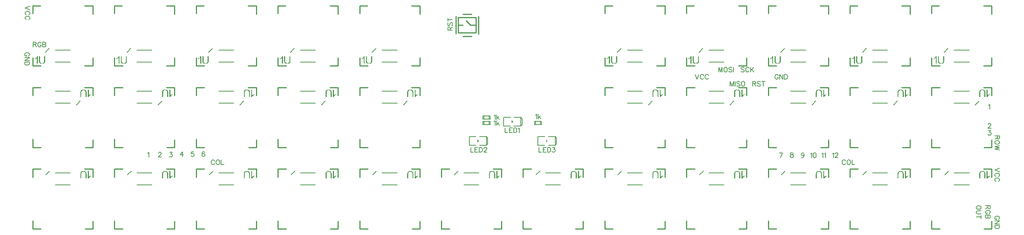
<source format=gto>
G04 Layer: TopSilkLayer*
G04 EasyEDA v6.4.25, 2022-01-27T13:57:17+08:00*
G04 c860a57ab6e24c20a85ed983e1d1ab15,3b57db4a37c74da5bb1b5bc11455ab19,10*
G04 Gerber Generator version 0.2*
G04 Scale: 100 percent, Rotated: No, Reflected: No *
G04 Dimensions in inches *
G04 leading zeros omitted , absolute positions ,3 integer and 6 decimal *
%FSLAX36Y36*%
%MOIN*%

%ADD10C,0.0100*%
%ADD35C,0.0060*%
%ADD36C,0.0079*%
%ADD37C,0.0051*%

%LPD*%
G36*
X-4331380Y185620D02*
G01*
X-4331380Y147120D01*
X-4331280Y142420D01*
X-4330760Y138160D01*
X-4329860Y134300D01*
X-4328560Y130860D01*
X-4326840Y127840D01*
X-4324720Y125239D01*
X-4322200Y123059D01*
X-4319280Y121300D01*
X-4315960Y119940D01*
X-4312240Y119019D01*
X-4308100Y118500D01*
X-4298880Y118420D01*
X-4294620Y118859D01*
X-4290780Y119720D01*
X-4287380Y121020D01*
X-4284380Y122760D01*
X-4281820Y124940D01*
X-4279680Y127560D01*
X-4277980Y130600D01*
X-4276680Y134080D01*
X-4275820Y137980D01*
X-4275380Y142340D01*
X-4275380Y185620D01*
X-4284180Y185620D01*
X-4284180Y145220D01*
X-4284340Y140120D01*
X-4285140Y135720D01*
X-4286580Y132020D01*
X-4288640Y129019D01*
X-4291360Y126720D01*
X-4294700Y125120D01*
X-4298660Y124220D01*
X-4303280Y124019D01*
X-4307800Y124340D01*
X-4311720Y125340D01*
X-4315040Y127000D01*
X-4317740Y129320D01*
X-4319860Y132300D01*
X-4321360Y135940D01*
X-4322280Y140240D01*
X-4322580Y145220D01*
X-4322580Y185620D01*
G37*
G36*
X-4351680Y185620D02*
G01*
X-4353700Y181480D01*
X-4356280Y177700D01*
X-4359400Y174240D01*
X-4363060Y171119D01*
X-4367240Y168359D01*
X-4371980Y165920D01*
X-4371980Y160920D01*
X-4365680Y162960D01*
X-4360200Y165420D01*
X-4355520Y168260D01*
X-4351680Y171520D01*
X-4351680Y119320D01*
X-4342880Y119320D01*
X-4342880Y185620D01*
G37*
G36*
X-3583340Y185620D02*
G01*
X-3583340Y147120D01*
X-3583240Y142420D01*
X-3582740Y138160D01*
X-3581820Y134300D01*
X-3580520Y130860D01*
X-3578800Y127840D01*
X-3576700Y125239D01*
X-3574180Y123059D01*
X-3571259Y121300D01*
X-3567919Y119940D01*
X-3564200Y119019D01*
X-3560080Y118500D01*
X-3550860Y118420D01*
X-3546600Y118859D01*
X-3542760Y119720D01*
X-3539340Y121020D01*
X-3536360Y122760D01*
X-3533800Y124940D01*
X-3531660Y127560D01*
X-3529940Y130600D01*
X-3528660Y134080D01*
X-3527799Y137980D01*
X-3527360Y142340D01*
X-3527340Y185620D01*
X-3536139Y185620D01*
X-3536139Y145220D01*
X-3536300Y140120D01*
X-3537120Y135720D01*
X-3538540Y132020D01*
X-3540620Y129019D01*
X-3543320Y126720D01*
X-3546660Y125120D01*
X-3550640Y124220D01*
X-3555240Y124019D01*
X-3559760Y124340D01*
X-3563680Y125340D01*
X-3567000Y127000D01*
X-3569720Y129320D01*
X-3571820Y132300D01*
X-3573340Y135940D01*
X-3574240Y140240D01*
X-3574540Y145220D01*
X-3574540Y185620D01*
G37*
G36*
X-3603639Y185620D02*
G01*
X-3605680Y181480D01*
X-3608260Y177700D01*
X-3611360Y174240D01*
X-3615020Y171119D01*
X-3619220Y168359D01*
X-3623940Y165920D01*
X-3623940Y160920D01*
X-3617640Y162960D01*
X-3612160Y165420D01*
X-3607500Y168260D01*
X-3603639Y171520D01*
X-3603639Y119320D01*
X-3594840Y119320D01*
X-3594840Y185620D01*
G37*
G36*
X-2835299Y185620D02*
G01*
X-2835299Y147120D01*
X-2835200Y142420D01*
X-2834700Y138160D01*
X-2833800Y134300D01*
X-2832480Y130860D01*
X-2830779Y127840D01*
X-2828660Y125239D01*
X-2826139Y123059D01*
X-2823220Y121300D01*
X-2819900Y119940D01*
X-2816180Y119019D01*
X-2812040Y118500D01*
X-2802820Y118420D01*
X-2798560Y118859D01*
X-2794720Y119720D01*
X-2791320Y121020D01*
X-2788320Y122760D01*
X-2785760Y124940D01*
X-2783620Y127560D01*
X-2781920Y130600D01*
X-2780620Y134080D01*
X-2779760Y137980D01*
X-2779320Y142340D01*
X-2779320Y185620D01*
X-2788120Y185620D01*
X-2788120Y145220D01*
X-2788279Y140120D01*
X-2789080Y135720D01*
X-2790520Y132020D01*
X-2792580Y129019D01*
X-2795280Y126720D01*
X-2798620Y125120D01*
X-2802600Y124220D01*
X-2807220Y124019D01*
X-2811740Y124340D01*
X-2815659Y125340D01*
X-2818980Y127000D01*
X-2821680Y129320D01*
X-2823800Y132300D01*
X-2825299Y135940D01*
X-2826200Y140240D01*
X-2826500Y145220D01*
X-2826500Y185620D01*
G37*
G36*
X-2855620Y185620D02*
G01*
X-2857640Y181480D01*
X-2860220Y177700D01*
X-2863340Y174240D01*
X-2866980Y171119D01*
X-2871180Y168359D01*
X-2875920Y165920D01*
X-2875920Y160920D01*
X-2869620Y162960D01*
X-2864140Y165420D01*
X-2859460Y168260D01*
X-2855620Y171520D01*
X-2855620Y119320D01*
X-2846820Y119320D01*
X-2846820Y185620D01*
G37*
G36*
X-2087280Y185620D02*
G01*
X-2087280Y147120D01*
X-2087180Y142420D01*
X-2086680Y138160D01*
X-2085760Y134300D01*
X-2084460Y130860D01*
X-2082740Y127840D01*
X-2080620Y125239D01*
X-2078120Y123059D01*
X-2075200Y121300D01*
X-2071860Y119940D01*
X-2068140Y119019D01*
X-2064019Y118500D01*
X-2054800Y118420D01*
X-2050520Y118859D01*
X-2046699Y119720D01*
X-2043280Y121020D01*
X-2040300Y122760D01*
X-2037720Y124940D01*
X-2035600Y127560D01*
X-2033880Y130600D01*
X-2032600Y134080D01*
X-2031720Y137980D01*
X-2031300Y142340D01*
X-2031279Y185620D01*
X-2040080Y185620D01*
X-2040080Y145220D01*
X-2040240Y140120D01*
X-2041040Y135720D01*
X-2042480Y132020D01*
X-2044560Y129019D01*
X-2047260Y126720D01*
X-2050600Y125120D01*
X-2054580Y124220D01*
X-2059180Y124019D01*
X-2063700Y124340D01*
X-2067620Y125340D01*
X-2070940Y127000D01*
X-2073660Y129320D01*
X-2075760Y132300D01*
X-2077280Y135940D01*
X-2078180Y140240D01*
X-2078480Y145220D01*
X-2078480Y185620D01*
G37*
G36*
X-2107580Y185620D02*
G01*
X-2109620Y181480D01*
X-2112200Y177700D01*
X-2115300Y174240D01*
X-2118960Y171119D01*
X-2123140Y168359D01*
X-2127880Y165920D01*
X-2127880Y160920D01*
X-2121580Y162960D01*
X-2116100Y165420D01*
X-2111440Y168260D01*
X-2107580Y171520D01*
X-2107580Y119320D01*
X-2098780Y119320D01*
X-2098780Y185620D01*
G37*
G36*
X-1339240Y185620D02*
G01*
X-1339240Y147120D01*
X-1339139Y142420D01*
X-1338640Y138160D01*
X-1337740Y134300D01*
X-1336420Y130860D01*
X-1334720Y127840D01*
X-1332600Y125239D01*
X-1330080Y123059D01*
X-1327160Y121300D01*
X-1323839Y119940D01*
X-1320100Y119019D01*
X-1315980Y118500D01*
X-1306759Y118420D01*
X-1302500Y118859D01*
X-1298660Y119720D01*
X-1295240Y121020D01*
X-1292260Y122760D01*
X-1289700Y124940D01*
X-1287560Y127560D01*
X-1285840Y130600D01*
X-1284560Y134080D01*
X-1283700Y137980D01*
X-1283260Y142340D01*
X-1283240Y185620D01*
X-1292040Y185620D01*
X-1292040Y145220D01*
X-1292220Y140120D01*
X-1293020Y135720D01*
X-1294460Y132020D01*
X-1296519Y129019D01*
X-1299220Y126720D01*
X-1302560Y125120D01*
X-1306540Y124220D01*
X-1311140Y124019D01*
X-1315680Y124340D01*
X-1319600Y125340D01*
X-1322900Y127000D01*
X-1325620Y129320D01*
X-1327740Y132300D01*
X-1329240Y135940D01*
X-1330140Y140240D01*
X-1330440Y145220D01*
X-1330440Y185620D01*
G37*
G36*
X-1359540Y185620D02*
G01*
X-1361579Y181480D01*
X-1364160Y177700D01*
X-1367280Y174240D01*
X-1370920Y171119D01*
X-1375120Y168359D01*
X-1379840Y165920D01*
X-1379840Y160920D01*
X-1373560Y162960D01*
X-1368080Y165420D01*
X-1363400Y168260D01*
X-1359540Y171520D01*
X-1359540Y119320D01*
X-1350740Y119320D01*
X-1350740Y185620D01*
G37*
G36*
X904840Y185620D02*
G01*
X904840Y147120D01*
X904940Y142420D01*
X905460Y138160D01*
X906360Y134300D01*
X907660Y130860D01*
X909380Y127840D01*
X911500Y125239D01*
X914020Y123059D01*
X916940Y121300D01*
X920260Y119940D01*
X923980Y119019D01*
X928120Y118500D01*
X937340Y118420D01*
X941600Y118859D01*
X945440Y119720D01*
X948840Y121020D01*
X951840Y122760D01*
X954400Y124940D01*
X956540Y127560D01*
X958240Y130600D01*
X959539Y134080D01*
X960400Y137980D01*
X960840Y142340D01*
X960840Y185620D01*
X952039Y185620D01*
X952039Y145220D01*
X951880Y140120D01*
X951080Y135720D01*
X949640Y132020D01*
X947580Y129019D01*
X944860Y126720D01*
X941520Y125120D01*
X937560Y124220D01*
X932940Y124019D01*
X928420Y124340D01*
X924500Y125340D01*
X921180Y127000D01*
X918480Y129320D01*
X916360Y132300D01*
X914860Y135940D01*
X913940Y140240D01*
X913640Y145220D01*
X913640Y185620D01*
G37*
G36*
X884539Y185620D02*
G01*
X882520Y181480D01*
X879940Y177700D01*
X876820Y174240D01*
X873160Y171119D01*
X868980Y168359D01*
X864240Y165920D01*
X864240Y160920D01*
X870540Y162960D01*
X876020Y165420D01*
X880699Y168260D01*
X884539Y171520D01*
X884539Y119320D01*
X893340Y119320D01*
X893340Y185620D01*
G37*
G36*
X1652880Y185620D02*
G01*
X1652880Y147120D01*
X1652980Y142420D01*
X1653480Y138160D01*
X1654400Y134300D01*
X1655700Y130860D01*
X1657420Y127840D01*
X1659520Y125239D01*
X1662040Y123059D01*
X1664960Y121300D01*
X1668300Y119940D01*
X1672020Y119019D01*
X1676140Y118500D01*
X1685360Y118420D01*
X1689620Y118859D01*
X1693460Y119720D01*
X1696879Y121020D01*
X1699860Y122760D01*
X1702420Y124940D01*
X1704560Y127560D01*
X1706279Y130600D01*
X1707560Y134080D01*
X1708420Y137980D01*
X1708860Y142340D01*
X1708880Y185620D01*
X1700080Y185620D01*
X1700080Y145220D01*
X1699920Y140120D01*
X1699120Y135720D01*
X1697680Y132020D01*
X1695600Y129019D01*
X1692900Y126720D01*
X1689560Y125120D01*
X1685580Y124220D01*
X1680980Y124019D01*
X1676459Y124340D01*
X1672540Y125340D01*
X1669220Y127000D01*
X1666500Y129320D01*
X1664400Y132300D01*
X1662880Y135940D01*
X1661980Y140240D01*
X1661680Y145220D01*
X1661680Y185620D01*
G37*
G36*
X1632580Y185620D02*
G01*
X1630540Y181480D01*
X1627960Y177700D01*
X1624860Y174240D01*
X1621200Y171119D01*
X1617000Y168359D01*
X1612280Y165920D01*
X1612280Y160920D01*
X1618580Y162960D01*
X1624060Y165420D01*
X1628720Y168260D01*
X1632580Y171520D01*
X1632580Y119320D01*
X1641380Y119320D01*
X1641380Y185620D01*
G37*
G36*
X2400900Y185620D02*
G01*
X2400900Y147120D01*
X2401020Y142420D01*
X2401520Y138160D01*
X2402420Y134300D01*
X2403740Y130860D01*
X2405440Y127840D01*
X2407560Y125239D01*
X2410080Y123059D01*
X2413000Y121300D01*
X2416320Y119940D01*
X2420040Y119019D01*
X2424180Y118500D01*
X2433400Y118420D01*
X2437660Y118859D01*
X2441500Y119720D01*
X2444920Y121020D01*
X2447900Y122760D01*
X2450460Y124940D01*
X2452600Y127560D01*
X2454300Y130600D01*
X2455600Y134080D01*
X2456460Y137980D01*
X2456900Y142340D01*
X2456900Y185620D01*
X2448100Y185620D01*
X2448100Y145220D01*
X2447940Y140120D01*
X2447140Y135720D01*
X2445700Y132020D01*
X2443640Y129019D01*
X2440940Y126720D01*
X2437600Y125120D01*
X2433620Y124220D01*
X2429000Y124019D01*
X2424480Y124340D01*
X2420560Y125340D01*
X2417240Y127000D01*
X2414540Y129320D01*
X2412420Y132300D01*
X2410920Y135940D01*
X2410020Y140240D01*
X2409700Y145220D01*
X2409700Y185620D01*
G37*
G36*
X2380600Y185620D02*
G01*
X2378580Y181480D01*
X2376000Y177700D01*
X2372880Y174240D01*
X2369240Y171119D01*
X2365040Y168359D01*
X2360300Y165920D01*
X2360300Y160920D01*
X2366600Y162960D01*
X2372080Y165420D01*
X2376760Y168260D01*
X2380600Y171520D01*
X2380600Y119320D01*
X2389400Y119320D01*
X2389400Y185620D01*
G37*
G36*
X3148940Y185620D02*
G01*
X3148940Y147120D01*
X3149040Y142420D01*
X3149540Y138160D01*
X3150460Y134300D01*
X3151760Y130860D01*
X3153480Y127840D01*
X3155600Y125239D01*
X3158120Y123059D01*
X3161040Y121300D01*
X3164360Y119940D01*
X3168080Y119019D01*
X3172220Y118500D01*
X3181420Y118420D01*
X3185700Y118859D01*
X3189520Y119720D01*
X3192940Y121020D01*
X3195920Y122760D01*
X3198500Y124940D01*
X3200620Y127560D01*
X3202340Y130600D01*
X3203620Y134080D01*
X3204500Y137980D01*
X3204920Y142340D01*
X3204940Y185620D01*
X3196139Y185620D01*
X3196139Y145220D01*
X3195980Y140120D01*
X3195179Y135720D01*
X3193740Y132020D01*
X3191660Y129019D01*
X3188960Y126720D01*
X3185620Y125120D01*
X3181640Y124220D01*
X3177040Y124019D01*
X3172520Y124340D01*
X3168600Y125340D01*
X3165280Y127000D01*
X3162559Y129320D01*
X3160460Y132300D01*
X3158940Y135940D01*
X3158039Y140240D01*
X3157740Y145220D01*
X3157740Y185620D01*
G37*
G36*
X3128639Y185620D02*
G01*
X3126600Y181480D01*
X3124040Y177700D01*
X3120920Y174240D01*
X3117260Y171119D01*
X3113080Y168359D01*
X3108340Y165920D01*
X3108340Y160920D01*
X3114640Y162960D01*
X3120120Y165420D01*
X3124780Y168260D01*
X3128639Y171520D01*
X3128639Y119320D01*
X3137440Y119320D01*
X3137440Y185620D01*
G37*
G36*
X3896980Y185620D02*
G01*
X3896980Y147120D01*
X3897080Y142420D01*
X3897580Y138160D01*
X3898480Y134300D01*
X3899800Y130860D01*
X3901500Y127840D01*
X3903620Y125239D01*
X3906139Y123059D01*
X3909060Y121300D01*
X3912380Y119940D01*
X3916120Y119019D01*
X3920240Y118500D01*
X3929460Y118420D01*
X3933720Y118859D01*
X3937559Y119720D01*
X3940980Y121020D01*
X3943960Y122760D01*
X3946520Y124940D01*
X3948660Y127560D01*
X3950380Y130600D01*
X3951660Y134080D01*
X3952520Y137980D01*
X3952960Y142340D01*
X3952980Y185620D01*
X3944180Y185620D01*
X3944180Y145220D01*
X3944000Y140120D01*
X3943200Y135720D01*
X3941760Y132020D01*
X3939700Y129019D01*
X3937000Y126720D01*
X3933660Y125120D01*
X3929680Y124220D01*
X3925080Y124019D01*
X3920539Y124340D01*
X3916620Y125340D01*
X3913320Y127000D01*
X3910600Y129320D01*
X3908480Y132300D01*
X3906980Y135940D01*
X3906080Y140240D01*
X3905779Y145220D01*
X3905779Y185620D01*
G37*
G36*
X3876680Y185620D02*
G01*
X3874640Y181480D01*
X3872060Y177700D01*
X3868940Y174240D01*
X3865299Y171119D01*
X3861100Y168359D01*
X3856380Y165920D01*
X3856380Y160920D01*
X3862660Y162960D01*
X3868140Y165420D01*
X3872820Y168260D01*
X3876680Y171520D01*
X3876680Y119320D01*
X3885480Y119320D01*
X3885480Y185620D01*
G37*
G36*
X-3929460Y-118420D02*
G01*
X-3933720Y-118859D01*
X-3937559Y-119720D01*
X-3940980Y-121020D01*
X-3943960Y-122760D01*
X-3946520Y-124940D01*
X-3948660Y-127560D01*
X-3950380Y-130600D01*
X-3951660Y-134080D01*
X-3952520Y-137980D01*
X-3952960Y-142340D01*
X-3952980Y-185620D01*
X-3944180Y-185620D01*
X-3944180Y-145220D01*
X-3944000Y-140120D01*
X-3943200Y-135720D01*
X-3941760Y-132020D01*
X-3939700Y-129019D01*
X-3937000Y-126720D01*
X-3933660Y-125120D01*
X-3929680Y-124220D01*
X-3925080Y-124019D01*
X-3920539Y-124340D01*
X-3916620Y-125340D01*
X-3913320Y-127000D01*
X-3910600Y-129320D01*
X-3908480Y-132300D01*
X-3906980Y-135940D01*
X-3906080Y-140240D01*
X-3905779Y-145220D01*
X-3905779Y-185620D01*
X-3896980Y-185620D01*
X-3896980Y-147120D01*
X-3897080Y-142420D01*
X-3897580Y-138160D01*
X-3898480Y-134300D01*
X-3899800Y-130860D01*
X-3901500Y-127840D01*
X-3903620Y-125239D01*
X-3906139Y-123059D01*
X-3909060Y-121300D01*
X-3912380Y-119940D01*
X-3916120Y-119019D01*
X-3920240Y-118500D01*
G37*
G36*
X-3885480Y-119320D02*
G01*
X-3885480Y-185620D01*
X-3876680Y-185620D01*
X-3874640Y-181480D01*
X-3872060Y-177700D01*
X-3868940Y-174240D01*
X-3865299Y-171119D01*
X-3861100Y-168359D01*
X-3856380Y-165920D01*
X-3856380Y-160920D01*
X-3862660Y-162960D01*
X-3868140Y-165420D01*
X-3872820Y-168260D01*
X-3876680Y-171520D01*
X-3876680Y-119320D01*
G37*
G36*
X-3181420Y-118420D02*
G01*
X-3185700Y-118859D01*
X-3189520Y-119720D01*
X-3192940Y-121020D01*
X-3195920Y-122760D01*
X-3198500Y-124940D01*
X-3200620Y-127560D01*
X-3202340Y-130600D01*
X-3203620Y-134080D01*
X-3204500Y-137980D01*
X-3204920Y-142340D01*
X-3204940Y-185620D01*
X-3196139Y-185620D01*
X-3196139Y-145220D01*
X-3195980Y-140120D01*
X-3195179Y-135720D01*
X-3193740Y-132020D01*
X-3191660Y-129019D01*
X-3188960Y-126720D01*
X-3185620Y-125120D01*
X-3181640Y-124220D01*
X-3177040Y-124019D01*
X-3172520Y-124340D01*
X-3168600Y-125340D01*
X-3165280Y-127000D01*
X-3162559Y-129320D01*
X-3160460Y-132300D01*
X-3158940Y-135940D01*
X-3158039Y-140240D01*
X-3157740Y-145220D01*
X-3157740Y-185620D01*
X-3148940Y-185620D01*
X-3148940Y-147120D01*
X-3149040Y-142420D01*
X-3149540Y-138160D01*
X-3150460Y-134300D01*
X-3151760Y-130860D01*
X-3153480Y-127840D01*
X-3155600Y-125239D01*
X-3158120Y-123059D01*
X-3161040Y-121300D01*
X-3164360Y-119940D01*
X-3168080Y-119019D01*
X-3172220Y-118500D01*
G37*
G36*
X-3137440Y-119320D02*
G01*
X-3137440Y-185620D01*
X-3128639Y-185620D01*
X-3126600Y-181480D01*
X-3124040Y-177700D01*
X-3120920Y-174240D01*
X-3117260Y-171119D01*
X-3113080Y-168359D01*
X-3108340Y-165920D01*
X-3108340Y-160920D01*
X-3114640Y-162960D01*
X-3120120Y-165420D01*
X-3124780Y-168260D01*
X-3128639Y-171520D01*
X-3128639Y-119320D01*
G37*
G36*
X-2433400Y-118420D02*
G01*
X-2437660Y-118859D01*
X-2441500Y-119720D01*
X-2444900Y-121020D01*
X-2447900Y-122760D01*
X-2450460Y-124940D01*
X-2452600Y-127560D01*
X-2454300Y-130600D01*
X-2455600Y-134080D01*
X-2456460Y-137980D01*
X-2456900Y-142340D01*
X-2456920Y-185620D01*
X-2448120Y-185620D01*
X-2448120Y-145220D01*
X-2447940Y-140120D01*
X-2447140Y-135720D01*
X-2445700Y-132020D01*
X-2443640Y-129019D01*
X-2440940Y-126720D01*
X-2437600Y-125120D01*
X-2433620Y-124220D01*
X-2429000Y-124019D01*
X-2424480Y-124340D01*
X-2420560Y-125340D01*
X-2417240Y-127000D01*
X-2414540Y-129320D01*
X-2412420Y-132300D01*
X-2410920Y-135940D01*
X-2410020Y-140240D01*
X-2409720Y-145220D01*
X-2409720Y-185620D01*
X-2400920Y-185620D01*
X-2400920Y-147120D01*
X-2401020Y-142420D01*
X-2401520Y-138160D01*
X-2402420Y-134300D01*
X-2403740Y-130860D01*
X-2405440Y-127840D01*
X-2407560Y-125239D01*
X-2410080Y-123059D01*
X-2413000Y-121300D01*
X-2416320Y-119940D01*
X-2420040Y-119019D01*
X-2424180Y-118500D01*
G37*
G36*
X-2389420Y-119320D02*
G01*
X-2389420Y-185620D01*
X-2380620Y-185620D01*
X-2378580Y-181480D01*
X-2376000Y-177700D01*
X-2372880Y-174240D01*
X-2369240Y-171119D01*
X-2365040Y-168359D01*
X-2360300Y-165920D01*
X-2360300Y-160920D01*
X-2366600Y-162960D01*
X-2372080Y-165420D01*
X-2376760Y-168260D01*
X-2380620Y-171520D01*
X-2380620Y-119320D01*
G37*
G36*
X-1685360Y-118420D02*
G01*
X-1689620Y-118859D01*
X-1693460Y-119720D01*
X-1696879Y-121020D01*
X-1699860Y-122760D01*
X-1702420Y-124940D01*
X-1704560Y-127560D01*
X-1706279Y-130600D01*
X-1707560Y-134080D01*
X-1708420Y-137980D01*
X-1708860Y-142340D01*
X-1708880Y-185620D01*
X-1700080Y-185620D01*
X-1700080Y-145220D01*
X-1699920Y-140120D01*
X-1699120Y-135720D01*
X-1697680Y-132020D01*
X-1695600Y-129019D01*
X-1692900Y-126720D01*
X-1689560Y-125120D01*
X-1685580Y-124220D01*
X-1680980Y-124019D01*
X-1676459Y-124340D01*
X-1672540Y-125340D01*
X-1669220Y-127000D01*
X-1666500Y-129320D01*
X-1664400Y-132300D01*
X-1662880Y-135940D01*
X-1661980Y-140240D01*
X-1661680Y-145220D01*
X-1661680Y-185620D01*
X-1652880Y-185620D01*
X-1652880Y-147120D01*
X-1652980Y-142420D01*
X-1653480Y-138160D01*
X-1654400Y-134300D01*
X-1655700Y-130860D01*
X-1657420Y-127840D01*
X-1659520Y-125239D01*
X-1662040Y-123059D01*
X-1664960Y-121300D01*
X-1668300Y-119940D01*
X-1672020Y-119019D01*
X-1676140Y-118500D01*
G37*
G36*
X-1641380Y-119320D02*
G01*
X-1641380Y-185620D01*
X-1632580Y-185620D01*
X-1630540Y-181480D01*
X-1627960Y-177700D01*
X-1624860Y-174240D01*
X-1621200Y-171119D01*
X-1617000Y-168359D01*
X-1612280Y-165920D01*
X-1612280Y-160920D01*
X-1618580Y-162960D01*
X-1624060Y-165420D01*
X-1628720Y-168260D01*
X-1632580Y-171520D01*
X-1632580Y-119320D01*
G37*
G36*
X-937340Y-118420D02*
G01*
X-941600Y-118859D01*
X-945440Y-119720D01*
X-948840Y-121020D01*
X-951840Y-122760D01*
X-954400Y-124940D01*
X-956540Y-127560D01*
X-958240Y-130600D01*
X-959539Y-134080D01*
X-960400Y-137980D01*
X-960840Y-142340D01*
X-960840Y-185620D01*
X-952039Y-185620D01*
X-952039Y-145220D01*
X-951880Y-140120D01*
X-951080Y-135720D01*
X-949640Y-132020D01*
X-947580Y-129019D01*
X-944860Y-126720D01*
X-941520Y-125120D01*
X-937560Y-124220D01*
X-932940Y-124019D01*
X-928420Y-124340D01*
X-924500Y-125340D01*
X-921180Y-127000D01*
X-918480Y-129320D01*
X-916360Y-132300D01*
X-914860Y-135940D01*
X-913940Y-140240D01*
X-913640Y-145220D01*
X-913640Y-185620D01*
X-904840Y-185620D01*
X-904840Y-147120D01*
X-904940Y-142420D01*
X-905460Y-138160D01*
X-906360Y-134300D01*
X-907660Y-130860D01*
X-909380Y-127840D01*
X-911500Y-125239D01*
X-914020Y-123059D01*
X-916940Y-121300D01*
X-920260Y-119940D01*
X-923980Y-119019D01*
X-928120Y-118500D01*
G37*
G36*
X-893340Y-119320D02*
G01*
X-893340Y-185620D01*
X-884539Y-185620D01*
X-882520Y-181480D01*
X-879940Y-177700D01*
X-876820Y-174240D01*
X-873160Y-171119D01*
X-868980Y-168359D01*
X-864240Y-165920D01*
X-864240Y-160920D01*
X-870540Y-162960D01*
X-876020Y-165420D01*
X-880699Y-168260D01*
X-884539Y-171520D01*
X-884539Y-119320D01*
G37*
G36*
X1306759Y-118420D02*
G01*
X1302500Y-118859D01*
X1298660Y-119720D01*
X1295240Y-121020D01*
X1292260Y-122760D01*
X1289700Y-124940D01*
X1287560Y-127560D01*
X1285840Y-130600D01*
X1284560Y-134080D01*
X1283700Y-137980D01*
X1283260Y-142340D01*
X1283240Y-185620D01*
X1292040Y-185620D01*
X1292040Y-145220D01*
X1292220Y-140120D01*
X1293020Y-135720D01*
X1294460Y-132020D01*
X1296519Y-129019D01*
X1299220Y-126720D01*
X1302560Y-125120D01*
X1306540Y-124220D01*
X1311140Y-124019D01*
X1315680Y-124340D01*
X1319600Y-125340D01*
X1322900Y-127000D01*
X1325620Y-129320D01*
X1327740Y-132300D01*
X1329240Y-135940D01*
X1330140Y-140240D01*
X1330440Y-145220D01*
X1330440Y-185620D01*
X1339240Y-185620D01*
X1339240Y-147120D01*
X1339139Y-142420D01*
X1338640Y-138160D01*
X1337740Y-134300D01*
X1336420Y-130860D01*
X1334720Y-127840D01*
X1332600Y-125239D01*
X1330080Y-123059D01*
X1327160Y-121300D01*
X1323839Y-119940D01*
X1320100Y-119019D01*
X1315980Y-118500D01*
G37*
G36*
X1350740Y-119320D02*
G01*
X1350740Y-185620D01*
X1359540Y-185620D01*
X1361579Y-181480D01*
X1364160Y-177700D01*
X1367280Y-174240D01*
X1370920Y-171119D01*
X1375120Y-168359D01*
X1379840Y-165920D01*
X1379840Y-160920D01*
X1373560Y-162960D01*
X1368080Y-165420D01*
X1363400Y-168260D01*
X1359540Y-171520D01*
X1359540Y-119320D01*
G37*
G36*
X2054800Y-118420D02*
G01*
X2050520Y-118859D01*
X2046699Y-119720D01*
X2043280Y-121020D01*
X2040300Y-122760D01*
X2037720Y-124940D01*
X2035600Y-127560D01*
X2033880Y-130600D01*
X2032600Y-134080D01*
X2031720Y-137980D01*
X2031300Y-142340D01*
X2031279Y-185620D01*
X2040080Y-185620D01*
X2040080Y-145220D01*
X2040240Y-140120D01*
X2041040Y-135720D01*
X2042480Y-132020D01*
X2044560Y-129019D01*
X2047260Y-126720D01*
X2050600Y-125120D01*
X2054580Y-124220D01*
X2059180Y-124019D01*
X2063700Y-124340D01*
X2067620Y-125340D01*
X2070940Y-127000D01*
X2073660Y-129320D01*
X2075760Y-132300D01*
X2077280Y-135940D01*
X2078180Y-140240D01*
X2078480Y-145220D01*
X2078480Y-185620D01*
X2087280Y-185620D01*
X2087280Y-147120D01*
X2087180Y-142420D01*
X2086680Y-138160D01*
X2085760Y-134300D01*
X2084460Y-130860D01*
X2082740Y-127840D01*
X2080620Y-125239D01*
X2078120Y-123059D01*
X2075200Y-121300D01*
X2071860Y-119940D01*
X2068140Y-119019D01*
X2064019Y-118500D01*
G37*
G36*
X2098780Y-119320D02*
G01*
X2098780Y-185620D01*
X2107580Y-185620D01*
X2109620Y-181480D01*
X2112200Y-177700D01*
X2115300Y-174240D01*
X2118960Y-171119D01*
X2123140Y-168359D01*
X2127880Y-165920D01*
X2127880Y-160920D01*
X2121580Y-162960D01*
X2116100Y-165420D01*
X2111440Y-168260D01*
X2107580Y-171520D01*
X2107580Y-119320D01*
G37*
G36*
X2802820Y-118420D02*
G01*
X2798560Y-118859D01*
X2794720Y-119720D01*
X2791320Y-121020D01*
X2788320Y-122760D01*
X2785760Y-124940D01*
X2783620Y-127560D01*
X2781920Y-130600D01*
X2780620Y-134080D01*
X2779760Y-137980D01*
X2779320Y-142340D01*
X2779300Y-185620D01*
X2788100Y-185620D01*
X2788100Y-145220D01*
X2788279Y-140120D01*
X2789080Y-135720D01*
X2790520Y-132020D01*
X2792580Y-129019D01*
X2795280Y-126720D01*
X2798620Y-125120D01*
X2802600Y-124220D01*
X2807200Y-124019D01*
X2811740Y-124340D01*
X2815659Y-125340D01*
X2818980Y-127000D01*
X2821680Y-129320D01*
X2823800Y-132300D01*
X2825299Y-135940D01*
X2826200Y-140240D01*
X2826500Y-145220D01*
X2826500Y-185620D01*
X2835299Y-185620D01*
X2835299Y-147120D01*
X2835200Y-142420D01*
X2834700Y-138160D01*
X2833800Y-134300D01*
X2832480Y-130860D01*
X2830779Y-127840D01*
X2828660Y-125239D01*
X2826139Y-123059D01*
X2823220Y-121300D01*
X2819900Y-119940D01*
X2816180Y-119019D01*
X2812040Y-118500D01*
G37*
G36*
X2846800Y-119320D02*
G01*
X2846800Y-185620D01*
X2855600Y-185620D01*
X2857640Y-181480D01*
X2860220Y-177700D01*
X2863340Y-174240D01*
X2866980Y-171119D01*
X2871180Y-168359D01*
X2875899Y-165920D01*
X2875899Y-160920D01*
X2869620Y-162960D01*
X2864140Y-165420D01*
X2859460Y-168260D01*
X2855600Y-171520D01*
X2855600Y-119320D01*
G37*
G36*
X3550860Y-118420D02*
G01*
X3546600Y-118859D01*
X3542760Y-119720D01*
X3539340Y-121020D01*
X3536360Y-122760D01*
X3533800Y-124940D01*
X3531660Y-127560D01*
X3529940Y-130600D01*
X3528660Y-134080D01*
X3527799Y-137980D01*
X3527360Y-142340D01*
X3527340Y-185620D01*
X3536139Y-185620D01*
X3536139Y-145220D01*
X3536300Y-140120D01*
X3537120Y-135720D01*
X3538540Y-132020D01*
X3540620Y-129019D01*
X3543320Y-126720D01*
X3546660Y-125120D01*
X3550640Y-124220D01*
X3555240Y-124019D01*
X3559760Y-124340D01*
X3563680Y-125340D01*
X3567000Y-127000D01*
X3569720Y-129320D01*
X3571820Y-132300D01*
X3573340Y-135940D01*
X3574240Y-140240D01*
X3574540Y-145220D01*
X3574540Y-185620D01*
X3583340Y-185620D01*
X3583340Y-147120D01*
X3583240Y-142420D01*
X3582740Y-138160D01*
X3581820Y-134300D01*
X3580520Y-130860D01*
X3578800Y-127840D01*
X3576700Y-125239D01*
X3574180Y-123059D01*
X3571259Y-121300D01*
X3567919Y-119940D01*
X3564200Y-119019D01*
X3560080Y-118500D01*
G37*
G36*
X3594840Y-119320D02*
G01*
X3594840Y-185620D01*
X3603639Y-185620D01*
X3605680Y-181480D01*
X3608260Y-177700D01*
X3611360Y-174240D01*
X3615020Y-171119D01*
X3619220Y-168359D01*
X3623940Y-165920D01*
X3623940Y-160920D01*
X3617640Y-162960D01*
X3612160Y-165420D01*
X3607500Y-168260D01*
X3603639Y-171520D01*
X3603639Y-119320D01*
G37*
G36*
X4298880Y-118420D02*
G01*
X4294620Y-118859D01*
X4290780Y-119720D01*
X4287380Y-121020D01*
X4284380Y-122760D01*
X4281820Y-124940D01*
X4279680Y-127560D01*
X4277980Y-130600D01*
X4276680Y-134080D01*
X4275820Y-137980D01*
X4275380Y-142340D01*
X4275380Y-185620D01*
X4284180Y-185620D01*
X4284180Y-145220D01*
X4284340Y-140120D01*
X4285140Y-135720D01*
X4286580Y-132020D01*
X4288640Y-129019D01*
X4291360Y-126720D01*
X4294700Y-125120D01*
X4298660Y-124220D01*
X4303280Y-124019D01*
X4307800Y-124340D01*
X4311720Y-125340D01*
X4315040Y-127000D01*
X4317740Y-129320D01*
X4319860Y-132300D01*
X4321360Y-135940D01*
X4322280Y-140240D01*
X4322580Y-145220D01*
X4322580Y-185620D01*
X4331380Y-185620D01*
X4331380Y-147120D01*
X4331280Y-142420D01*
X4330760Y-138160D01*
X4329860Y-134300D01*
X4328560Y-130860D01*
X4326840Y-127840D01*
X4324720Y-125239D01*
X4322200Y-123059D01*
X4319280Y-121300D01*
X4315960Y-119940D01*
X4312240Y-119019D01*
X4308100Y-118500D01*
G37*
G36*
X4342880Y-119320D02*
G01*
X4342880Y-185620D01*
X4351680Y-185620D01*
X4353700Y-181480D01*
X4356280Y-177700D01*
X4359400Y-174240D01*
X4363060Y-171119D01*
X4367240Y-168359D01*
X4371980Y-165920D01*
X4371980Y-160920D01*
X4365680Y-162960D01*
X4360200Y-165420D01*
X4355520Y-168260D01*
X4351680Y-171520D01*
X4351680Y-119320D01*
G37*
G36*
X-3929460Y-866440D02*
G01*
X-3933720Y-866880D01*
X-3937559Y-867760D01*
X-3940980Y-869060D01*
X-3943960Y-870800D01*
X-3946520Y-872980D01*
X-3948660Y-875580D01*
X-3950380Y-878620D01*
X-3951660Y-882099D01*
X-3952520Y-886020D01*
X-3952960Y-890360D01*
X-3952980Y-933640D01*
X-3944180Y-933640D01*
X-3944180Y-893240D01*
X-3944000Y-888139D01*
X-3943200Y-883740D01*
X-3941760Y-880040D01*
X-3939700Y-877039D01*
X-3937000Y-874740D01*
X-3933660Y-873139D01*
X-3929680Y-872240D01*
X-3925080Y-872039D01*
X-3920539Y-872380D01*
X-3916620Y-873379D01*
X-3913320Y-875020D01*
X-3910600Y-877340D01*
X-3908480Y-880320D01*
X-3906980Y-883980D01*
X-3906080Y-888280D01*
X-3905779Y-893240D01*
X-3905779Y-933640D01*
X-3896980Y-933640D01*
X-3896980Y-895140D01*
X-3897080Y-890460D01*
X-3897580Y-886180D01*
X-3898480Y-882320D01*
X-3899800Y-878900D01*
X-3901500Y-875879D01*
X-3903620Y-873280D01*
X-3906139Y-871080D01*
X-3909060Y-869320D01*
X-3912380Y-867980D01*
X-3916120Y-867039D01*
X-3920240Y-866540D01*
X-3924780Y-866440D01*
G37*
G36*
X-3885480Y-867340D02*
G01*
X-3885480Y-933640D01*
X-3876680Y-933640D01*
X-3874640Y-929520D01*
X-3872060Y-925720D01*
X-3868940Y-922280D01*
X-3865299Y-919160D01*
X-3861100Y-916380D01*
X-3856380Y-913940D01*
X-3856380Y-908940D01*
X-3862660Y-911000D01*
X-3868140Y-913439D01*
X-3872820Y-916300D01*
X-3876680Y-919539D01*
X-3876680Y-867340D01*
G37*
G36*
X-3181420Y-866440D02*
G01*
X-3185700Y-866880D01*
X-3189520Y-867760D01*
X-3192940Y-869060D01*
X-3195920Y-870800D01*
X-3198500Y-872980D01*
X-3200620Y-875580D01*
X-3202340Y-878620D01*
X-3203620Y-882099D01*
X-3204500Y-886020D01*
X-3204920Y-890360D01*
X-3204940Y-933640D01*
X-3196139Y-933640D01*
X-3196139Y-893240D01*
X-3195980Y-888139D01*
X-3195179Y-883740D01*
X-3193740Y-880040D01*
X-3191660Y-877039D01*
X-3188960Y-874740D01*
X-3185620Y-873139D01*
X-3181640Y-872240D01*
X-3177040Y-872039D01*
X-3172520Y-872380D01*
X-3168600Y-873379D01*
X-3165280Y-875020D01*
X-3162559Y-877340D01*
X-3160460Y-880320D01*
X-3158940Y-883980D01*
X-3158039Y-888280D01*
X-3157740Y-893240D01*
X-3157740Y-933640D01*
X-3148940Y-933640D01*
X-3148940Y-895140D01*
X-3149040Y-890460D01*
X-3149540Y-886180D01*
X-3150460Y-882320D01*
X-3151760Y-878900D01*
X-3153480Y-875879D01*
X-3155600Y-873280D01*
X-3158120Y-871080D01*
X-3161040Y-869320D01*
X-3164360Y-867980D01*
X-3168080Y-867039D01*
X-3172220Y-866540D01*
X-3176740Y-866440D01*
G37*
G36*
X-3137440Y-867340D02*
G01*
X-3137440Y-933640D01*
X-3128639Y-933640D01*
X-3126600Y-929520D01*
X-3124040Y-925720D01*
X-3120920Y-922280D01*
X-3117260Y-919160D01*
X-3113080Y-916380D01*
X-3108340Y-913940D01*
X-3108340Y-908940D01*
X-3114640Y-911000D01*
X-3120120Y-913439D01*
X-3124780Y-916300D01*
X-3128639Y-919539D01*
X-3128639Y-867340D01*
G37*
G36*
X-2433400Y-866440D02*
G01*
X-2437660Y-866880D01*
X-2441500Y-867760D01*
X-2444900Y-869060D01*
X-2447900Y-870800D01*
X-2450460Y-872980D01*
X-2452600Y-875580D01*
X-2454300Y-878620D01*
X-2455600Y-882099D01*
X-2456460Y-886020D01*
X-2456900Y-890360D01*
X-2456920Y-933640D01*
X-2448120Y-933640D01*
X-2448120Y-893240D01*
X-2447940Y-888139D01*
X-2447140Y-883740D01*
X-2445700Y-880040D01*
X-2443640Y-877039D01*
X-2440940Y-874740D01*
X-2437600Y-873139D01*
X-2433620Y-872240D01*
X-2429000Y-872039D01*
X-2424480Y-872380D01*
X-2420560Y-873379D01*
X-2417240Y-875020D01*
X-2414540Y-877340D01*
X-2412420Y-880320D01*
X-2410920Y-883980D01*
X-2410020Y-888280D01*
X-2409720Y-893240D01*
X-2409720Y-933640D01*
X-2400920Y-933640D01*
X-2400920Y-895140D01*
X-2401020Y-890460D01*
X-2401520Y-886180D01*
X-2402420Y-882320D01*
X-2403740Y-878900D01*
X-2405440Y-875879D01*
X-2407560Y-873280D01*
X-2410080Y-871080D01*
X-2413000Y-869320D01*
X-2416320Y-867980D01*
X-2420040Y-867039D01*
X-2424180Y-866540D01*
X-2428720Y-866440D01*
G37*
G36*
X-2389420Y-867340D02*
G01*
X-2389420Y-933640D01*
X-2380620Y-933640D01*
X-2378580Y-929520D01*
X-2376000Y-925720D01*
X-2372880Y-922280D01*
X-2369240Y-919160D01*
X-2365040Y-916380D01*
X-2360300Y-913940D01*
X-2360300Y-908940D01*
X-2366600Y-911000D01*
X-2372080Y-913439D01*
X-2376760Y-916300D01*
X-2380620Y-919539D01*
X-2380620Y-867340D01*
G37*
G36*
X-1685360Y-866440D02*
G01*
X-1689620Y-866880D01*
X-1693460Y-867760D01*
X-1696879Y-869060D01*
X-1699860Y-870800D01*
X-1702420Y-872980D01*
X-1704560Y-875580D01*
X-1706279Y-878620D01*
X-1707560Y-882099D01*
X-1708420Y-886020D01*
X-1708860Y-890360D01*
X-1708880Y-933640D01*
X-1700080Y-933640D01*
X-1700080Y-893240D01*
X-1699920Y-888139D01*
X-1699120Y-883740D01*
X-1697680Y-880040D01*
X-1695600Y-877039D01*
X-1692900Y-874740D01*
X-1689560Y-873139D01*
X-1685580Y-872240D01*
X-1680980Y-872039D01*
X-1676459Y-872380D01*
X-1672540Y-873379D01*
X-1669220Y-875020D01*
X-1666500Y-877340D01*
X-1664400Y-880320D01*
X-1662880Y-883980D01*
X-1661980Y-888280D01*
X-1661680Y-893240D01*
X-1661680Y-933640D01*
X-1652880Y-933640D01*
X-1652880Y-895140D01*
X-1652980Y-890460D01*
X-1653480Y-886180D01*
X-1654400Y-882320D01*
X-1655700Y-878900D01*
X-1657420Y-875879D01*
X-1659520Y-873280D01*
X-1662040Y-871080D01*
X-1664960Y-869320D01*
X-1668300Y-867980D01*
X-1672020Y-867039D01*
X-1676140Y-866540D01*
X-1680680Y-866440D01*
G37*
G36*
X-1641380Y-867340D02*
G01*
X-1641380Y-933640D01*
X-1632580Y-933640D01*
X-1630540Y-929520D01*
X-1627960Y-925720D01*
X-1624860Y-922280D01*
X-1621200Y-919160D01*
X-1617000Y-916380D01*
X-1612280Y-913940D01*
X-1612280Y-908940D01*
X-1618580Y-911000D01*
X-1624060Y-913439D01*
X-1628720Y-916300D01*
X-1632580Y-919539D01*
X-1632580Y-867340D01*
G37*
G36*
X-937340Y-866440D02*
G01*
X-941600Y-866880D01*
X-945440Y-867760D01*
X-948840Y-869060D01*
X-951840Y-870800D01*
X-954400Y-872980D01*
X-956540Y-875580D01*
X-958240Y-878620D01*
X-959539Y-882099D01*
X-960400Y-886020D01*
X-960840Y-890360D01*
X-960840Y-933640D01*
X-952039Y-933640D01*
X-952039Y-893240D01*
X-951880Y-888139D01*
X-951080Y-883740D01*
X-949640Y-880040D01*
X-947580Y-877039D01*
X-944860Y-874740D01*
X-941520Y-873139D01*
X-937560Y-872240D01*
X-932940Y-872039D01*
X-928420Y-872380D01*
X-924500Y-873379D01*
X-921180Y-875020D01*
X-918480Y-877340D01*
X-916360Y-880320D01*
X-914860Y-883980D01*
X-913940Y-888280D01*
X-913640Y-893240D01*
X-913640Y-933640D01*
X-904840Y-933640D01*
X-904840Y-895140D01*
X-904940Y-890460D01*
X-905460Y-886180D01*
X-906360Y-882320D01*
X-907660Y-878900D01*
X-909380Y-875879D01*
X-911500Y-873280D01*
X-914020Y-871080D01*
X-916940Y-869320D01*
X-920260Y-867980D01*
X-923980Y-867039D01*
X-928120Y-866540D01*
X-932640Y-866440D01*
G37*
G36*
X-893340Y-867340D02*
G01*
X-893340Y-933640D01*
X-884539Y-933640D01*
X-882520Y-929520D01*
X-879940Y-925720D01*
X-876820Y-922280D01*
X-873160Y-919160D01*
X-868980Y-916380D01*
X-864240Y-913940D01*
X-864240Y-908940D01*
X-870540Y-911000D01*
X-876020Y-913439D01*
X-880699Y-916300D01*
X-884539Y-919539D01*
X-884539Y-867340D01*
G37*
G36*
X-189300Y-866440D02*
G01*
X-193560Y-866880D01*
X-197399Y-867760D01*
X-200820Y-869060D01*
X-203800Y-870800D01*
X-206360Y-872980D01*
X-208500Y-875580D01*
X-210219Y-878620D01*
X-211500Y-882099D01*
X-212360Y-886020D01*
X-212800Y-890360D01*
X-212820Y-933640D01*
X-204020Y-933640D01*
X-204020Y-893240D01*
X-203840Y-888139D01*
X-203039Y-883740D01*
X-201620Y-880040D01*
X-199540Y-877039D01*
X-196840Y-874740D01*
X-193500Y-873139D01*
X-189520Y-872240D01*
X-184920Y-872039D01*
X-180400Y-872380D01*
X-176480Y-873379D01*
X-173160Y-875020D01*
X-170440Y-877340D01*
X-168340Y-880320D01*
X-166820Y-883980D01*
X-165920Y-888280D01*
X-165620Y-893240D01*
X-165620Y-933640D01*
X-156820Y-933640D01*
X-156820Y-895140D01*
X-156920Y-890460D01*
X-157420Y-886180D01*
X-158320Y-882320D01*
X-159640Y-878900D01*
X-161360Y-875879D01*
X-163460Y-873280D01*
X-165980Y-871080D01*
X-168900Y-869320D01*
X-172220Y-867980D01*
X-175960Y-867039D01*
X-180080Y-866540D01*
X-184620Y-866440D01*
G37*
G36*
X-145320Y-867340D02*
G01*
X-145320Y-933640D01*
X-136520Y-933640D01*
X-134480Y-929520D01*
X-131900Y-925720D01*
X-128800Y-922280D01*
X-125140Y-919160D01*
X-120940Y-916380D01*
X-116220Y-913940D01*
X-116220Y-908940D01*
X-122500Y-911000D01*
X-128000Y-913439D01*
X-132660Y-916300D01*
X-136520Y-919539D01*
X-136520Y-867340D01*
G37*
G36*
X558720Y-866440D02*
G01*
X554460Y-866880D01*
X550620Y-867760D01*
X547220Y-869060D01*
X544220Y-870800D01*
X541660Y-872980D01*
X539520Y-875580D01*
X537820Y-878620D01*
X536520Y-882099D01*
X535660Y-886020D01*
X535220Y-890360D01*
X535220Y-933640D01*
X544020Y-933640D01*
X544020Y-893240D01*
X544180Y-888139D01*
X544980Y-883740D01*
X546420Y-880040D01*
X548500Y-877039D01*
X551200Y-874740D01*
X554540Y-873139D01*
X558500Y-872240D01*
X563120Y-872039D01*
X567640Y-872380D01*
X571560Y-873379D01*
X574880Y-875020D01*
X577600Y-877340D01*
X579700Y-880320D01*
X581200Y-883980D01*
X582120Y-888280D01*
X582420Y-893240D01*
X582420Y-933640D01*
X591220Y-933640D01*
X591220Y-895140D01*
X591120Y-890460D01*
X590620Y-886180D01*
X589700Y-882320D01*
X588400Y-878900D01*
X586680Y-875879D01*
X584560Y-873280D01*
X582040Y-871080D01*
X579120Y-869320D01*
X575800Y-867980D01*
X572080Y-867039D01*
X567940Y-866540D01*
X563420Y-866440D01*
G37*
G36*
X602720Y-867340D02*
G01*
X602720Y-933640D01*
X611520Y-933640D01*
X613560Y-929520D01*
X616120Y-925720D01*
X619240Y-922280D01*
X622900Y-919160D01*
X627080Y-916380D01*
X631820Y-913940D01*
X631820Y-908940D01*
X625520Y-911000D01*
X620040Y-913439D01*
X615380Y-916300D01*
X611520Y-919539D01*
X611520Y-867340D01*
G37*
G36*
X1306759Y-866440D02*
G01*
X1302500Y-866880D01*
X1298660Y-867760D01*
X1295240Y-869060D01*
X1292260Y-870800D01*
X1289700Y-872980D01*
X1287560Y-875580D01*
X1285840Y-878620D01*
X1284560Y-882099D01*
X1283700Y-886020D01*
X1283260Y-890360D01*
X1283240Y-933640D01*
X1292040Y-933640D01*
X1292040Y-893240D01*
X1292220Y-888139D01*
X1293020Y-883740D01*
X1294460Y-880040D01*
X1296519Y-877039D01*
X1299220Y-874740D01*
X1302560Y-873139D01*
X1306540Y-872240D01*
X1311140Y-872039D01*
X1315680Y-872380D01*
X1319600Y-873379D01*
X1322900Y-875020D01*
X1325620Y-877340D01*
X1327740Y-880320D01*
X1329240Y-883980D01*
X1330140Y-888280D01*
X1330440Y-893240D01*
X1330440Y-933640D01*
X1339240Y-933640D01*
X1339240Y-895140D01*
X1339139Y-890460D01*
X1338640Y-886180D01*
X1337740Y-882320D01*
X1336420Y-878900D01*
X1334720Y-875879D01*
X1332600Y-873280D01*
X1330080Y-871080D01*
X1327160Y-869320D01*
X1323839Y-867980D01*
X1320100Y-867039D01*
X1315980Y-866540D01*
X1311440Y-866440D01*
G37*
G36*
X1350740Y-867340D02*
G01*
X1350740Y-933640D01*
X1359540Y-933640D01*
X1361579Y-929520D01*
X1364160Y-925720D01*
X1367280Y-922280D01*
X1370920Y-919160D01*
X1375120Y-916380D01*
X1379840Y-913940D01*
X1379840Y-908940D01*
X1373560Y-911000D01*
X1368080Y-913439D01*
X1363400Y-916300D01*
X1359540Y-919539D01*
X1359540Y-867340D01*
G37*
G36*
X2054800Y-866440D02*
G01*
X2050520Y-866880D01*
X2046699Y-867760D01*
X2043280Y-869060D01*
X2040300Y-870800D01*
X2037720Y-872980D01*
X2035600Y-875580D01*
X2033880Y-878620D01*
X2032600Y-882099D01*
X2031720Y-886020D01*
X2031300Y-890360D01*
X2031279Y-933640D01*
X2040080Y-933640D01*
X2040080Y-893240D01*
X2040240Y-888139D01*
X2041040Y-883740D01*
X2042480Y-880040D01*
X2044560Y-877039D01*
X2047260Y-874740D01*
X2050600Y-873139D01*
X2054580Y-872240D01*
X2059180Y-872039D01*
X2063700Y-872380D01*
X2067620Y-873379D01*
X2070940Y-875020D01*
X2073660Y-877340D01*
X2075760Y-880320D01*
X2077280Y-883980D01*
X2078180Y-888280D01*
X2078480Y-893240D01*
X2078480Y-933640D01*
X2087280Y-933640D01*
X2087280Y-895140D01*
X2087180Y-890460D01*
X2086680Y-886180D01*
X2085760Y-882320D01*
X2084460Y-878900D01*
X2082740Y-875879D01*
X2080620Y-873280D01*
X2078120Y-871080D01*
X2075200Y-869320D01*
X2071860Y-867980D01*
X2068140Y-867039D01*
X2064019Y-866540D01*
X2059480Y-866440D01*
G37*
G36*
X2098780Y-867340D02*
G01*
X2098780Y-933640D01*
X2107580Y-933640D01*
X2109620Y-929520D01*
X2112200Y-925720D01*
X2115300Y-922280D01*
X2118960Y-919160D01*
X2123140Y-916380D01*
X2127880Y-913940D01*
X2127880Y-908940D01*
X2121580Y-911000D01*
X2116100Y-913439D01*
X2111440Y-916300D01*
X2107580Y-919539D01*
X2107580Y-867340D01*
G37*
G36*
X2802820Y-866440D02*
G01*
X2798560Y-866880D01*
X2794720Y-867760D01*
X2791320Y-869060D01*
X2788320Y-870800D01*
X2785760Y-872980D01*
X2783620Y-875580D01*
X2781920Y-878620D01*
X2780620Y-882099D01*
X2779760Y-886020D01*
X2779320Y-890360D01*
X2779300Y-933640D01*
X2788100Y-933640D01*
X2788100Y-893240D01*
X2788279Y-888139D01*
X2789080Y-883740D01*
X2790520Y-880040D01*
X2792580Y-877039D01*
X2795280Y-874740D01*
X2798620Y-873139D01*
X2802600Y-872240D01*
X2807200Y-872039D01*
X2811740Y-872380D01*
X2815659Y-873379D01*
X2818980Y-875020D01*
X2821680Y-877340D01*
X2823800Y-880320D01*
X2825299Y-883980D01*
X2826200Y-888280D01*
X2826500Y-893240D01*
X2826500Y-933640D01*
X2835299Y-933640D01*
X2835299Y-895140D01*
X2835200Y-890460D01*
X2834700Y-886180D01*
X2833800Y-882320D01*
X2832480Y-878900D01*
X2830779Y-875879D01*
X2828660Y-873280D01*
X2826139Y-871080D01*
X2823220Y-869320D01*
X2819900Y-867980D01*
X2816180Y-867039D01*
X2812040Y-866540D01*
X2807500Y-866440D01*
G37*
G36*
X2846800Y-867340D02*
G01*
X2846800Y-933640D01*
X2855600Y-933640D01*
X2857640Y-929520D01*
X2860220Y-925720D01*
X2863340Y-922280D01*
X2866980Y-919160D01*
X2871180Y-916380D01*
X2875899Y-913940D01*
X2875899Y-908940D01*
X2869620Y-911000D01*
X2864140Y-913439D01*
X2859460Y-916300D01*
X2855600Y-919539D01*
X2855600Y-867340D01*
G37*
G36*
X3550860Y-866440D02*
G01*
X3546600Y-866880D01*
X3542760Y-867760D01*
X3539340Y-869060D01*
X3536360Y-870800D01*
X3533800Y-872980D01*
X3531660Y-875580D01*
X3529940Y-878620D01*
X3528660Y-882099D01*
X3527799Y-886020D01*
X3527360Y-890360D01*
X3527340Y-933640D01*
X3536139Y-933640D01*
X3536139Y-893240D01*
X3536300Y-888139D01*
X3537120Y-883740D01*
X3538540Y-880040D01*
X3540620Y-877039D01*
X3543320Y-874740D01*
X3546660Y-873139D01*
X3550640Y-872240D01*
X3555240Y-872039D01*
X3559760Y-872380D01*
X3563680Y-873379D01*
X3567000Y-875020D01*
X3569720Y-877340D01*
X3571820Y-880320D01*
X3573340Y-883980D01*
X3574240Y-888280D01*
X3574540Y-893240D01*
X3574540Y-933640D01*
X3583340Y-933640D01*
X3583340Y-895140D01*
X3583240Y-890460D01*
X3582740Y-886180D01*
X3581820Y-882320D01*
X3580520Y-878900D01*
X3578800Y-875879D01*
X3576700Y-873280D01*
X3574180Y-871080D01*
X3571259Y-869320D01*
X3567919Y-867980D01*
X3564200Y-867039D01*
X3560080Y-866540D01*
X3555539Y-866440D01*
G37*
G36*
X3594840Y-867340D02*
G01*
X3594840Y-933640D01*
X3603639Y-933640D01*
X3605680Y-929520D01*
X3608260Y-925720D01*
X3611360Y-922280D01*
X3615020Y-919160D01*
X3619220Y-916380D01*
X3623940Y-913940D01*
X3623940Y-908940D01*
X3617640Y-911000D01*
X3612160Y-913439D01*
X3607500Y-916300D01*
X3603639Y-919539D01*
X3603639Y-867340D01*
G37*
G36*
X4298880Y-866440D02*
G01*
X4294620Y-866880D01*
X4290780Y-867760D01*
X4287380Y-869060D01*
X4284380Y-870800D01*
X4281820Y-872980D01*
X4279680Y-875580D01*
X4277980Y-878620D01*
X4276680Y-882099D01*
X4275820Y-886020D01*
X4275380Y-890360D01*
X4275380Y-933640D01*
X4284180Y-933640D01*
X4284180Y-893240D01*
X4284340Y-888139D01*
X4285140Y-883740D01*
X4286580Y-880040D01*
X4288640Y-877039D01*
X4291360Y-874740D01*
X4294700Y-873139D01*
X4298660Y-872240D01*
X4303280Y-872039D01*
X4307800Y-872380D01*
X4311720Y-873379D01*
X4315040Y-875020D01*
X4317740Y-877340D01*
X4319860Y-880320D01*
X4321360Y-883980D01*
X4322280Y-888280D01*
X4322580Y-893240D01*
X4322580Y-933640D01*
X4331380Y-933640D01*
X4331380Y-895140D01*
X4331280Y-890460D01*
X4330760Y-886180D01*
X4329860Y-882320D01*
X4328560Y-878900D01*
X4326840Y-875879D01*
X4324720Y-873280D01*
X4322200Y-871080D01*
X4319280Y-869320D01*
X4315960Y-867980D01*
X4312240Y-867039D01*
X4308100Y-866540D01*
X4303580Y-866440D01*
G37*
G36*
X4342880Y-867340D02*
G01*
X4342880Y-933640D01*
X4351680Y-933640D01*
X4353700Y-929520D01*
X4356280Y-925720D01*
X4359400Y-922280D01*
X4363060Y-919160D01*
X4367240Y-916380D01*
X4371980Y-913940D01*
X4371980Y-908940D01*
X4365680Y-911000D01*
X4360200Y-913439D01*
X4355520Y-916300D01*
X4351680Y-919539D01*
X4351680Y-867340D01*
G37*
D35*
X214952Y-352815D02*
G01*
X219052Y-350715D01*
X225252Y-344616D01*
X225252Y-387516D01*
X238752Y-344616D02*
G01*
X238752Y-387516D01*
X259152Y-358915D02*
G01*
X238752Y-379315D01*
X246952Y-371215D02*
G01*
X261252Y-387516D01*
X-165047Y-357815D02*
G01*
X-160947Y-355715D01*
X-154747Y-349616D01*
X-154747Y-392516D01*
X-141247Y-349616D02*
G01*
X-141247Y-392516D01*
X-120847Y-363915D02*
G01*
X-141247Y-384315D01*
X-133047Y-376215D02*
G01*
X-118747Y-392516D01*
X-165047Y-412815D02*
G01*
X-160947Y-410715D01*
X-154747Y-404616D01*
X-154747Y-447516D01*
X-141247Y-404616D02*
G01*
X-141247Y-447516D01*
X-120847Y-418915D02*
G01*
X-141247Y-439315D01*
X-133047Y-431215D02*
G01*
X-118747Y-447516D01*
X-590384Y424953D02*
G01*
X-547484Y424953D01*
X-590384Y424953D02*
G01*
X-590384Y443452D01*
X-588384Y449553D01*
X-586284Y451552D01*
X-582184Y453652D01*
X-578184Y453652D01*
X-574084Y451552D01*
X-571984Y449553D01*
X-569984Y443452D01*
X-569984Y424953D01*
X-569984Y439353D02*
G01*
X-547484Y453652D01*
X-584284Y495752D02*
G01*
X-588384Y491653D01*
X-590384Y485552D01*
X-590384Y477352D01*
X-588384Y471253D01*
X-584284Y467152D01*
X-580183Y467152D01*
X-576084Y469153D01*
X-574084Y471253D01*
X-571984Y475353D01*
X-567884Y487553D01*
X-565884Y491653D01*
X-563784Y493753D01*
X-559684Y495752D01*
X-553584Y495752D01*
X-549484Y491653D01*
X-547484Y485552D01*
X-547484Y477352D01*
X-549484Y471253D01*
X-553584Y467152D01*
X-590384Y523553D02*
G01*
X-547484Y523553D01*
X-590384Y509252D02*
G01*
X-590384Y537953D01*
X4359952Y-262815D02*
G01*
X4364052Y-260715D01*
X4370252Y-254616D01*
X4370252Y-297516D01*
X4357052Y-439816D02*
G01*
X4357052Y-437815D01*
X4359052Y-433715D01*
X4361152Y-431615D01*
X4365252Y-429616D01*
X4373452Y-429616D01*
X4377452Y-431615D01*
X4379552Y-433715D01*
X4381552Y-437815D01*
X4381552Y-441815D01*
X4379552Y-445915D01*
X4375452Y-452116D01*
X4354952Y-472516D01*
X4383652Y-472516D01*
X4359052Y-494616D02*
G01*
X4381552Y-494616D01*
X4369353Y-510915D01*
X4375452Y-510915D01*
X4379552Y-513015D01*
X4381552Y-515016D01*
X4383652Y-521215D01*
X4383652Y-525315D01*
X4381552Y-531415D01*
X4377452Y-535515D01*
X4371352Y-537516D01*
X4365252Y-537516D01*
X4359052Y-535515D01*
X4357052Y-533415D01*
X4354952Y-529315D01*
X-3335047Y-702815D02*
G01*
X-3330947Y-700715D01*
X-3324747Y-694616D01*
X-3324747Y-737516D01*
X-3237947Y-704816D02*
G01*
X-3237947Y-702815D01*
X-3235947Y-698715D01*
X-3233847Y-696615D01*
X-3229747Y-694616D01*
X-3221547Y-694616D01*
X-3217547Y-696615D01*
X-3215447Y-698715D01*
X-3213447Y-702815D01*
X-3213447Y-706815D01*
X-3215447Y-710915D01*
X-3219547Y-717116D01*
X-3240047Y-737516D01*
X-3211347Y-737516D01*
X-3135947Y-694616D02*
G01*
X-3113447Y-694616D01*
X-3125646Y-710915D01*
X-3119547Y-710915D01*
X-3115447Y-713015D01*
X-3113447Y-715016D01*
X-3111347Y-721215D01*
X-3111347Y-725315D01*
X-3113447Y-731415D01*
X-3117547Y-735515D01*
X-3123647Y-737516D01*
X-3129747Y-737516D01*
X-3135947Y-735515D01*
X-3137947Y-733415D01*
X-3140047Y-729315D01*
X-3019547Y-689616D02*
G01*
X-3040047Y-718215D01*
X-3009347Y-718215D01*
X-3019547Y-689616D02*
G01*
X-3019547Y-732516D01*
X-2915447Y-689616D02*
G01*
X-2935947Y-689616D01*
X-2937947Y-708015D01*
X-2935947Y-705915D01*
X-2929747Y-703915D01*
X-2923647Y-703915D01*
X-2917547Y-705915D01*
X-2913447Y-710016D01*
X-2911347Y-716215D01*
X-2911347Y-720315D01*
X-2913447Y-726415D01*
X-2917547Y-730515D01*
X-2923647Y-732516D01*
X-2929747Y-732516D01*
X-2935947Y-730515D01*
X-2937947Y-728415D01*
X-2940047Y-724315D01*
X2473652Y-699616D02*
G01*
X2453152Y-742516D01*
X2445052Y-699616D02*
G01*
X2473652Y-699616D01*
X2555249Y-699619D02*
G01*
X2549049Y-701619D01*
X2547049Y-705720D01*
X2547049Y-709819D01*
X2549049Y-713919D01*
X2553149Y-715920D01*
X2561349Y-718020D01*
X2567550Y-720019D01*
X2571549Y-724119D01*
X2573649Y-728220D01*
X2573649Y-734319D01*
X2571549Y-738420D01*
X2569549Y-740520D01*
X2563449Y-742519D01*
X2555249Y-742519D01*
X2549049Y-740520D01*
X2547049Y-738420D01*
X2545050Y-734319D01*
X2545050Y-728220D01*
X2547049Y-724119D01*
X2551149Y-720019D01*
X2557249Y-718020D01*
X2565450Y-715920D01*
X2569549Y-713919D01*
X2571549Y-709819D01*
X2571549Y-705720D01*
X2569549Y-701619D01*
X2563449Y-699619D01*
X2555249Y-699619D01*
X2671552Y-713915D02*
G01*
X2669552Y-720016D01*
X2665452Y-724115D01*
X2659353Y-726215D01*
X2657253Y-726215D01*
X2651152Y-724115D01*
X2647052Y-720016D01*
X2645052Y-713915D01*
X2645052Y-711815D01*
X2647052Y-705715D01*
X2651152Y-701615D01*
X2657253Y-699616D01*
X2659353Y-699616D01*
X2665452Y-701615D01*
X2669552Y-705715D01*
X2671552Y-713915D01*
X2671552Y-724115D01*
X2669552Y-734315D01*
X2665452Y-740515D01*
X2659353Y-742516D01*
X2655252Y-742516D01*
X2649052Y-740515D01*
X2647052Y-736415D01*
X2730050Y-707820D02*
G01*
X2734049Y-705720D01*
X2740249Y-699619D01*
X2740249Y-742519D01*
X2766049Y-699619D02*
G01*
X2759849Y-701619D01*
X2755749Y-707820D01*
X2753750Y-718020D01*
X2753750Y-724119D01*
X2755749Y-734319D01*
X2759849Y-740520D01*
X2766049Y-742519D01*
X2770050Y-742519D01*
X2776250Y-740520D01*
X2780349Y-734319D01*
X2782349Y-724119D01*
X2782349Y-718020D01*
X2780349Y-707820D01*
X2776250Y-701619D01*
X2770050Y-699619D01*
X2766049Y-699619D01*
X2835052Y-707815D02*
G01*
X2839052Y-705715D01*
X2845252Y-699616D01*
X2845252Y-742516D01*
X2858752Y-707815D02*
G01*
X2862852Y-705715D01*
X2868953Y-699616D01*
X2868953Y-742516D01*
X2930050Y-707820D02*
G01*
X2934049Y-705720D01*
X2940249Y-699619D01*
X2940249Y-742519D01*
X2955749Y-709819D02*
G01*
X2955749Y-707820D01*
X2957849Y-703719D01*
X2959849Y-701619D01*
X2963949Y-699619D01*
X2972150Y-699619D01*
X2976250Y-701619D01*
X2978249Y-703719D01*
X2980349Y-707820D01*
X2980349Y-711819D01*
X2978249Y-715920D01*
X2974149Y-722119D01*
X2953750Y-742519D01*
X2982349Y-742519D01*
X3050652Y-774816D02*
G01*
X3048652Y-770715D01*
X3044552Y-766615D01*
X3040452Y-764616D01*
X3032253Y-764616D01*
X3028152Y-766615D01*
X3024052Y-770715D01*
X3022052Y-774816D01*
X3019952Y-780915D01*
X3019952Y-791215D01*
X3022052Y-797316D01*
X3024052Y-801415D01*
X3028152Y-805515D01*
X3032253Y-807516D01*
X3040452Y-807516D01*
X3044552Y-805515D01*
X3048652Y-801415D01*
X3050652Y-797316D01*
X3076453Y-764616D02*
G01*
X3072352Y-766615D01*
X3068252Y-770715D01*
X3066252Y-774816D01*
X3064152Y-780915D01*
X3064152Y-791215D01*
X3066252Y-797316D01*
X3068252Y-801415D01*
X3072352Y-805515D01*
X3076453Y-807516D01*
X3084652Y-807516D01*
X3088752Y-805515D01*
X3092852Y-801415D01*
X3094852Y-797316D01*
X3096952Y-791215D01*
X3096952Y-780915D01*
X3094852Y-774816D01*
X3092852Y-770715D01*
X3088752Y-766615D01*
X3084652Y-764616D01*
X3076453Y-764616D01*
X3110452Y-764616D02*
G01*
X3110452Y-807516D01*
X3110452Y-807516D02*
G01*
X3134952Y-807516D01*
X-2724350Y-774819D02*
G01*
X-2726350Y-770720D01*
X-2730450Y-766619D01*
X-2734549Y-764619D01*
X-2742750Y-764619D01*
X-2746850Y-766619D01*
X-2750950Y-770720D01*
X-2752950Y-774819D01*
X-2755050Y-780920D01*
X-2755050Y-791219D01*
X-2752950Y-797319D01*
X-2750950Y-801419D01*
X-2746850Y-805520D01*
X-2742750Y-807519D01*
X-2734549Y-807519D01*
X-2730450Y-805520D01*
X-2726350Y-801419D01*
X-2724350Y-797319D01*
X-2698550Y-764619D02*
G01*
X-2702650Y-766619D01*
X-2706750Y-770720D01*
X-2708750Y-774819D01*
X-2710850Y-780920D01*
X-2710850Y-791219D01*
X-2708750Y-797319D01*
X-2706750Y-801419D01*
X-2702650Y-805520D01*
X-2698550Y-807519D01*
X-2690349Y-807519D01*
X-2686250Y-805520D01*
X-2682150Y-801419D01*
X-2680150Y-797319D01*
X-2678050Y-791219D01*
X-2678050Y-780920D01*
X-2680150Y-774819D01*
X-2682150Y-770720D01*
X-2686250Y-766619D01*
X-2690349Y-764619D01*
X-2698550Y-764619D01*
X-2664549Y-764619D02*
G01*
X-2664549Y-807519D01*
X-2664549Y-807519D02*
G01*
X-2640050Y-807519D01*
X4460383Y-544953D02*
G01*
X4417483Y-544953D01*
X4460383Y-544953D02*
G01*
X4460383Y-563452D01*
X4458383Y-569553D01*
X4456283Y-571552D01*
X4452183Y-573652D01*
X4448184Y-573652D01*
X4444083Y-571552D01*
X4441983Y-569553D01*
X4439983Y-563452D01*
X4439983Y-544953D01*
X4439983Y-559353D02*
G01*
X4417483Y-573652D01*
X4460383Y-599452D02*
G01*
X4458383Y-595353D01*
X4454283Y-591253D01*
X4450183Y-589153D01*
X4444083Y-587152D01*
X4433783Y-587152D01*
X4427683Y-589153D01*
X4423584Y-591253D01*
X4419483Y-595353D01*
X4417483Y-599452D01*
X4417483Y-607552D01*
X4419483Y-611653D01*
X4423584Y-615752D01*
X4427683Y-617853D01*
X4433783Y-619852D01*
X4444083Y-619852D01*
X4450183Y-617853D01*
X4454283Y-615752D01*
X4458383Y-611653D01*
X4460383Y-607552D01*
X4460383Y-599452D01*
X4460383Y-633353D02*
G01*
X4417483Y-643553D01*
X4460383Y-653852D02*
G01*
X4417483Y-643553D01*
X4460383Y-653852D02*
G01*
X4417483Y-664052D01*
X4460383Y-674252D02*
G01*
X4417483Y-664052D01*
X4450183Y-1310652D02*
G01*
X4454283Y-1308652D01*
X4458383Y-1304553D01*
X4460383Y-1300452D01*
X4460383Y-1292253D01*
X4458383Y-1288152D01*
X4454283Y-1284052D01*
X4450183Y-1282053D01*
X4444083Y-1279953D01*
X4433783Y-1279953D01*
X4427683Y-1282053D01*
X4423584Y-1284052D01*
X4419483Y-1288152D01*
X4417483Y-1292253D01*
X4417483Y-1300452D01*
X4419483Y-1304553D01*
X4423584Y-1308652D01*
X4427683Y-1310652D01*
X4433783Y-1310652D01*
X4433783Y-1300452D02*
G01*
X4433783Y-1310652D01*
X4460383Y-1324153D02*
G01*
X4417483Y-1324153D01*
X4460383Y-1324153D02*
G01*
X4417483Y-1352853D01*
X4460383Y-1352853D02*
G01*
X4417483Y-1352853D01*
X4460383Y-1366352D02*
G01*
X4417483Y-1366352D01*
X4460383Y-1366352D02*
G01*
X4460383Y-1380652D01*
X4458383Y-1386752D01*
X4454283Y-1390853D01*
X4450183Y-1392952D01*
X4444083Y-1394953D01*
X4433783Y-1394953D01*
X4427683Y-1392952D01*
X4423584Y-1390853D01*
X4419483Y-1386752D01*
X4417483Y-1380652D01*
X4417483Y-1366352D01*
X4460383Y-839953D02*
G01*
X4417483Y-856352D01*
X4460383Y-872752D02*
G01*
X4417483Y-856352D01*
X4450183Y-916952D02*
G01*
X4454283Y-914852D01*
X4458383Y-910752D01*
X4460383Y-906653D01*
X4460383Y-898452D01*
X4458383Y-894452D01*
X4454283Y-890353D01*
X4450183Y-888252D01*
X4444083Y-886253D01*
X4433783Y-886253D01*
X4427683Y-888252D01*
X4423584Y-890353D01*
X4419483Y-894452D01*
X4417483Y-898452D01*
X4417483Y-906653D01*
X4419483Y-910752D01*
X4423584Y-914852D01*
X4427683Y-916952D01*
X4450183Y-961053D02*
G01*
X4454283Y-959052D01*
X4458383Y-954953D01*
X4460383Y-950853D01*
X4460383Y-942653D01*
X4458383Y-938553D01*
X4454283Y-934452D01*
X4450183Y-932453D01*
X4444083Y-930452D01*
X4433783Y-930452D01*
X4427683Y-932453D01*
X4423584Y-934452D01*
X4419483Y-938553D01*
X4417483Y-942653D01*
X4417483Y-950853D01*
X4419483Y-954953D01*
X4423584Y-959052D01*
X4427683Y-961053D01*
X4375383Y-1184953D02*
G01*
X4332483Y-1184953D01*
X4375383Y-1184953D02*
G01*
X4375383Y-1203452D01*
X4373383Y-1209553D01*
X4371283Y-1211552D01*
X4367183Y-1213652D01*
X4363184Y-1213652D01*
X4359083Y-1211552D01*
X4356983Y-1209553D01*
X4354983Y-1203452D01*
X4354983Y-1184953D01*
X4354983Y-1199353D02*
G01*
X4332483Y-1213652D01*
X4365183Y-1257853D02*
G01*
X4369283Y-1255752D01*
X4373383Y-1251653D01*
X4375383Y-1247552D01*
X4375383Y-1239452D01*
X4373383Y-1235353D01*
X4369283Y-1231253D01*
X4365183Y-1229153D01*
X4359083Y-1227152D01*
X4348783Y-1227152D01*
X4342683Y-1229153D01*
X4338584Y-1231253D01*
X4334483Y-1235353D01*
X4332483Y-1239452D01*
X4332483Y-1247552D01*
X4334483Y-1251653D01*
X4338584Y-1255752D01*
X4342683Y-1257853D01*
X4348783Y-1257853D01*
X4348783Y-1247552D02*
G01*
X4348783Y-1257853D01*
X4375383Y-1271352D02*
G01*
X4332483Y-1271352D01*
X4375383Y-1271352D02*
G01*
X4375383Y-1289753D01*
X4373383Y-1295853D01*
X4371283Y-1297952D01*
X4367183Y-1299953D01*
X4363184Y-1299953D01*
X4359083Y-1297952D01*
X4356983Y-1295853D01*
X4354983Y-1289753D01*
X4354983Y-1271352D02*
G01*
X4354983Y-1289753D01*
X4352883Y-1295853D01*
X4350883Y-1297952D01*
X4346783Y-1299953D01*
X4340684Y-1299953D01*
X4336583Y-1297952D01*
X4334483Y-1295853D01*
X4332483Y-1289753D01*
X4332483Y-1271352D01*
X4290383Y-1197253D02*
G01*
X4288383Y-1193152D01*
X4284283Y-1189052D01*
X4280183Y-1187053D01*
X4274083Y-1184953D01*
X4263783Y-1184953D01*
X4257683Y-1187053D01*
X4253584Y-1189052D01*
X4249483Y-1193152D01*
X4247483Y-1197253D01*
X4247483Y-1205452D01*
X4249483Y-1209553D01*
X4253584Y-1213652D01*
X4257683Y-1215652D01*
X4263783Y-1217752D01*
X4274083Y-1217752D01*
X4280183Y-1215652D01*
X4284283Y-1213652D01*
X4288383Y-1209553D01*
X4290383Y-1205452D01*
X4290383Y-1197253D01*
X4290383Y-1231253D02*
G01*
X4259683Y-1231253D01*
X4253584Y-1233252D01*
X4249483Y-1237352D01*
X4247483Y-1243452D01*
X4247483Y-1247552D01*
X4249483Y-1253753D01*
X4253584Y-1257853D01*
X4259683Y-1259852D01*
X4290383Y-1259852D01*
X4290383Y-1287653D02*
G01*
X4247483Y-1287653D01*
X4290383Y-1273353D02*
G01*
X4290383Y-1301952D01*
X1674952Y20383D02*
G01*
X1691352Y-22516D01*
X1707752Y20383D02*
G01*
X1691352Y-22516D01*
X1751952Y10183D02*
G01*
X1749852Y14284D01*
X1745752Y18384D01*
X1741652Y20383D01*
X1733452Y20383D01*
X1729452Y18384D01*
X1725352Y14284D01*
X1723252Y10183D01*
X1721252Y4084D01*
X1721252Y-6215D01*
X1723252Y-12316D01*
X1725352Y-16415D01*
X1729452Y-20515D01*
X1733452Y-22516D01*
X1741652Y-22516D01*
X1745752Y-20515D01*
X1749852Y-16415D01*
X1751952Y-12316D01*
X1796053Y10183D02*
G01*
X1794052Y14284D01*
X1789952Y18384D01*
X1785852Y20383D01*
X1777653Y20383D01*
X1773553Y18384D01*
X1769452Y14284D01*
X1767452Y10183D01*
X1765452Y4084D01*
X1765452Y-6215D01*
X1767452Y-12316D01*
X1769452Y-16415D01*
X1773553Y-20515D01*
X1777653Y-22516D01*
X1785852Y-22516D01*
X1789952Y-20515D01*
X1794052Y-16415D01*
X1796053Y-12316D01*
X1889952Y85383D02*
G01*
X1889952Y42483D01*
X1889952Y85383D02*
G01*
X1906352Y42483D01*
X1922752Y85383D02*
G01*
X1906352Y42483D01*
X1922752Y85383D02*
G01*
X1922752Y42483D01*
X1948452Y85383D02*
G01*
X1944452Y83384D01*
X1940352Y79284D01*
X1938252Y75183D01*
X1936252Y69084D01*
X1936252Y58784D01*
X1938252Y52683D01*
X1940352Y48584D01*
X1944452Y44484D01*
X1948452Y42483D01*
X1956652Y42483D01*
X1960752Y44484D01*
X1964852Y48584D01*
X1966952Y52683D01*
X1968953Y58784D01*
X1968953Y69084D01*
X1966952Y75183D01*
X1964852Y79284D01*
X1960752Y83384D01*
X1956652Y85383D01*
X1948452Y85383D01*
X2011053Y79284D02*
G01*
X2006952Y83384D01*
X2000852Y85383D01*
X1992653Y85383D01*
X1986552Y83384D01*
X1982452Y79284D01*
X1982452Y75183D01*
X1984452Y71084D01*
X1986552Y69084D01*
X1990652Y66984D01*
X2002952Y62883D01*
X2006952Y60884D01*
X2009052Y58784D01*
X2011053Y54684D01*
X2011053Y48584D01*
X2006952Y44484D01*
X2000852Y42483D01*
X1992653Y42483D01*
X1986552Y44484D01*
X1982452Y48584D01*
X2024552Y85383D02*
G01*
X2024552Y42483D01*
X1994952Y-44616D02*
G01*
X1994952Y-87516D01*
X1994952Y-44616D02*
G01*
X2011352Y-87516D01*
X2027752Y-44616D02*
G01*
X2011352Y-87516D01*
X2027752Y-44616D02*
G01*
X2027752Y-87516D01*
X2041252Y-44616D02*
G01*
X2041252Y-87516D01*
X2083352Y-50715D02*
G01*
X2079252Y-46615D01*
X2073152Y-44616D01*
X2064952Y-44616D01*
X2058852Y-46615D01*
X2054753Y-50715D01*
X2054753Y-54816D01*
X2056752Y-58915D01*
X2058852Y-60915D01*
X2062952Y-63015D01*
X2075153Y-67116D01*
X2079252Y-69115D01*
X2081352Y-71215D01*
X2083352Y-75315D01*
X2083352Y-81415D01*
X2079252Y-85515D01*
X2073152Y-87516D01*
X2064952Y-87516D01*
X2058852Y-85515D01*
X2054753Y-81415D01*
X2109152Y-44616D02*
G01*
X2105052Y-46615D01*
X2100952Y-50715D01*
X2098953Y-54816D01*
X2096853Y-60915D01*
X2096853Y-71215D01*
X2098953Y-77316D01*
X2100952Y-81415D01*
X2105052Y-85515D01*
X2109152Y-87516D01*
X2117352Y-87516D01*
X2121453Y-85515D01*
X2125452Y-81415D01*
X2127552Y-77316D01*
X2129552Y-71215D01*
X2129552Y-60915D01*
X2127552Y-54816D01*
X2125452Y-50715D01*
X2121453Y-46615D01*
X2117352Y-44616D01*
X2109152Y-44616D01*
X2123652Y79284D02*
G01*
X2119552Y83384D01*
X2113452Y85383D01*
X2105252Y85383D01*
X2099052Y83384D01*
X2094952Y79284D01*
X2094952Y75183D01*
X2097052Y71084D01*
X2099052Y69084D01*
X2103152Y66984D01*
X2115452Y62883D01*
X2119552Y60884D01*
X2121552Y58784D01*
X2123652Y54684D01*
X2123652Y48584D01*
X2119552Y44484D01*
X2113452Y42483D01*
X2105252Y42483D01*
X2099052Y44484D01*
X2094952Y48584D01*
X2167852Y75183D02*
G01*
X2165752Y79284D01*
X2161652Y83384D01*
X2157552Y85383D01*
X2149452Y85383D01*
X2145352Y83384D01*
X2141252Y79284D01*
X2139152Y75183D01*
X2137152Y69084D01*
X2137152Y58784D01*
X2139152Y52683D01*
X2141252Y48584D01*
X2145352Y44484D01*
X2149452Y42483D01*
X2157552Y42483D01*
X2161652Y44484D01*
X2165752Y48584D01*
X2167852Y52683D01*
X2181352Y85383D02*
G01*
X2181352Y42483D01*
X2209952Y85383D02*
G01*
X2181352Y56784D01*
X2191552Y66984D02*
G01*
X2209952Y42483D01*
X2199952Y-44616D02*
G01*
X2199952Y-87516D01*
X2199952Y-44616D02*
G01*
X2218452Y-44616D01*
X2224552Y-46615D01*
X2226552Y-48715D01*
X2228652Y-52815D01*
X2228652Y-56815D01*
X2226552Y-60915D01*
X2224552Y-63015D01*
X2218452Y-65016D01*
X2199952Y-65016D01*
X2214353Y-65016D02*
G01*
X2228652Y-87516D01*
X2270752Y-50715D02*
G01*
X2266652Y-46615D01*
X2260553Y-44616D01*
X2252352Y-44616D01*
X2246252Y-46615D01*
X2242152Y-50715D01*
X2242152Y-54816D01*
X2244152Y-58915D01*
X2246252Y-60915D01*
X2250352Y-63015D01*
X2262552Y-67116D01*
X2266652Y-69115D01*
X2268752Y-71215D01*
X2270752Y-75315D01*
X2270752Y-81415D01*
X2266652Y-85515D01*
X2260553Y-87516D01*
X2252352Y-87516D01*
X2246252Y-85515D01*
X2242152Y-81415D01*
X2298553Y-44616D02*
G01*
X2298553Y-87516D01*
X2284252Y-44616D02*
G01*
X2312952Y-44616D01*
X2435652Y10183D02*
G01*
X2433652Y14284D01*
X2429552Y18384D01*
X2425452Y20383D01*
X2417253Y20383D01*
X2413152Y18384D01*
X2409052Y14284D01*
X2407052Y10183D01*
X2404952Y4084D01*
X2404952Y-6215D01*
X2407052Y-12316D01*
X2409052Y-16415D01*
X2413152Y-20515D01*
X2417253Y-22516D01*
X2425452Y-22516D01*
X2429552Y-20515D01*
X2433652Y-16415D01*
X2435652Y-12316D01*
X2435652Y-6215D01*
X2425452Y-6215D02*
G01*
X2435652Y-6215D01*
X2449152Y20383D02*
G01*
X2449152Y-22516D01*
X2449152Y20383D02*
G01*
X2477852Y-22516D01*
X2477852Y20383D02*
G01*
X2477852Y-22516D01*
X2491352Y20383D02*
G01*
X2491352Y-22516D01*
X2491352Y20383D02*
G01*
X2505652Y20383D01*
X2511752Y18384D01*
X2515852Y14284D01*
X2517952Y10183D01*
X2519952Y4084D01*
X2519952Y-6215D01*
X2517952Y-12316D01*
X2515852Y-16415D01*
X2511752Y-20515D01*
X2505652Y-22516D01*
X2491352Y-22516D01*
X-2815447Y-695715D02*
G01*
X-2817447Y-691615D01*
X-2823647Y-689616D01*
X-2827746Y-689616D01*
X-2833847Y-691615D01*
X-2837947Y-697815D01*
X-2839947Y-708015D01*
X-2839947Y-718215D01*
X-2837947Y-726415D01*
X-2833847Y-730515D01*
X-2827746Y-732516D01*
X-2825646Y-732516D01*
X-2819547Y-730515D01*
X-2815447Y-726415D01*
X-2813447Y-720315D01*
X-2813447Y-718215D01*
X-2815447Y-712116D01*
X-2819547Y-708015D01*
X-2825646Y-705915D01*
X-2827746Y-705915D01*
X-2833847Y-708015D01*
X-2837947Y-712116D01*
X-2839947Y-718215D01*
X-4385047Y315383D02*
G01*
X-4385047Y272483D01*
X-4385047Y315383D02*
G01*
X-4366547Y315383D01*
X-4360447Y313384D01*
X-4358447Y311284D01*
X-4356347Y307184D01*
X-4356347Y303184D01*
X-4358447Y299084D01*
X-4360447Y296984D01*
X-4366547Y294983D01*
X-4385047Y294983D01*
X-4370646Y294983D02*
G01*
X-4356347Y272483D01*
X-4312147Y305183D02*
G01*
X-4314247Y309284D01*
X-4318347Y313384D01*
X-4322447Y315383D01*
X-4330547Y315383D01*
X-4334647Y313384D01*
X-4338747Y309284D01*
X-4340847Y305183D01*
X-4342847Y299084D01*
X-4342847Y288784D01*
X-4340847Y282683D01*
X-4338747Y278584D01*
X-4334647Y274484D01*
X-4330547Y272483D01*
X-4322447Y272483D01*
X-4318347Y274484D01*
X-4314247Y278584D01*
X-4312147Y282683D01*
X-4312147Y288784D01*
X-4322447Y288784D02*
G01*
X-4312147Y288784D01*
X-4298647Y315383D02*
G01*
X-4298647Y272483D01*
X-4298647Y315383D02*
G01*
X-4280246Y315383D01*
X-4274147Y313384D01*
X-4272047Y311284D01*
X-4270047Y307184D01*
X-4270047Y303184D01*
X-4272047Y299084D01*
X-4274147Y296984D01*
X-4280246Y294983D01*
X-4298647Y294983D02*
G01*
X-4280246Y294983D01*
X-4274147Y292883D01*
X-4272047Y290884D01*
X-4270047Y286784D01*
X-4270047Y280684D01*
X-4272047Y276584D01*
X-4274147Y274484D01*
X-4280246Y272483D01*
X-4298647Y272483D01*
X-4429809Y189347D02*
G01*
X-4425709Y191347D01*
X-4421608Y195448D01*
X-4419609Y199547D01*
X-4419609Y207748D01*
X-4421608Y211847D01*
X-4425709Y215947D01*
X-4429809Y217948D01*
X-4435909Y219947D01*
X-4446208Y219947D01*
X-4452309Y217948D01*
X-4456409Y215947D01*
X-4460509Y211847D01*
X-4462509Y207748D01*
X-4462509Y199547D01*
X-4460509Y195448D01*
X-4456409Y191347D01*
X-4452309Y189347D01*
X-4446208Y189347D01*
X-4446208Y199547D02*
G01*
X-4446208Y189347D01*
X-4419609Y175848D02*
G01*
X-4462509Y175848D01*
X-4419609Y175848D02*
G01*
X-4462509Y147148D01*
X-4419609Y147148D02*
G01*
X-4462509Y147148D01*
X-4419609Y133647D02*
G01*
X-4462509Y133647D01*
X-4419609Y133647D02*
G01*
X-4419609Y119347D01*
X-4421608Y113247D01*
X-4425709Y109148D01*
X-4429809Y107047D01*
X-4435909Y105048D01*
X-4446208Y105048D01*
X-4452309Y107047D01*
X-4456409Y109148D01*
X-4460509Y113247D01*
X-4462509Y119347D01*
X-4462509Y133647D01*
X-4414609Y644947D02*
G01*
X-4457509Y628647D01*
X-4414609Y612247D02*
G01*
X-4457509Y628647D01*
X-4424809Y568047D02*
G01*
X-4420709Y570147D01*
X-4416608Y574248D01*
X-4414609Y578348D01*
X-4414609Y586448D01*
X-4416608Y590547D01*
X-4420709Y594648D01*
X-4424809Y596748D01*
X-4430909Y598748D01*
X-4441208Y598748D01*
X-4447309Y596748D01*
X-4451409Y594648D01*
X-4455509Y590547D01*
X-4457509Y586448D01*
X-4457509Y578348D01*
X-4455509Y574248D01*
X-4451409Y570147D01*
X-4447309Y568047D01*
X-4424809Y523948D02*
G01*
X-4420709Y525947D01*
X-4416608Y530048D01*
X-4414609Y534148D01*
X-4414609Y542348D01*
X-4416608Y546448D01*
X-4420709Y550448D01*
X-4424809Y552548D01*
X-4430909Y554547D01*
X-4441208Y554547D01*
X-4447309Y552548D01*
X-4451409Y550448D01*
X-4455509Y546448D01*
X-4457509Y542348D01*
X-4457509Y534148D01*
X-4455509Y530048D01*
X-4451409Y525947D01*
X-4447309Y523948D01*
X-65000Y-469600D02*
G01*
X-65000Y-512500D01*
X-65000Y-512500D02*
G01*
X-40500Y-512500D01*
X-26999Y-469600D02*
G01*
X-26999Y-512500D01*
X-26999Y-469600D02*
G01*
X-399Y-469600D01*
X-26999Y-490000D02*
G01*
X-10600Y-490000D01*
X-26999Y-512500D02*
G01*
X-399Y-512500D01*
X13099Y-469600D02*
G01*
X13099Y-512500D01*
X13099Y-469600D02*
G01*
X27500Y-469600D01*
X33599Y-471599D01*
X37699Y-475700D01*
X39699Y-479800D01*
X41799Y-485999D01*
X41799Y-496199D01*
X39699Y-502300D01*
X37699Y-506399D01*
X33599Y-510500D01*
X27500Y-512500D01*
X13099Y-512500D01*
X55299Y-477799D02*
G01*
X59399Y-475700D01*
X65500Y-469600D01*
X65500Y-512500D01*
X-380000Y-649600D02*
G01*
X-380000Y-692500D01*
X-380000Y-692500D02*
G01*
X-355500Y-692500D01*
X-341999Y-649600D02*
G01*
X-341999Y-692500D01*
X-341999Y-649600D02*
G01*
X-315399Y-649600D01*
X-341999Y-670000D02*
G01*
X-325600Y-670000D01*
X-341999Y-692500D02*
G01*
X-315399Y-692500D01*
X-301900Y-649600D02*
G01*
X-301900Y-692500D01*
X-301900Y-649600D02*
G01*
X-287500Y-649600D01*
X-281400Y-651599D01*
X-277300Y-655700D01*
X-275300Y-659800D01*
X-273200Y-665999D01*
X-273200Y-676199D01*
X-275300Y-682300D01*
X-277300Y-686399D01*
X-281400Y-690500D01*
X-287500Y-692500D01*
X-301900Y-692500D01*
X-257700Y-659800D02*
G01*
X-257700Y-657799D01*
X-255600Y-653699D01*
X-253600Y-651599D01*
X-249499Y-649600D01*
X-241300Y-649600D01*
X-237200Y-651599D01*
X-235200Y-653699D01*
X-233100Y-657799D01*
X-233100Y-661900D01*
X-235200Y-665999D01*
X-239300Y-672100D01*
X-259700Y-692500D01*
X-231100Y-692500D01*
X245000Y-649600D02*
G01*
X245000Y-692500D01*
X245000Y-692500D02*
G01*
X269499Y-692500D01*
X283000Y-649600D02*
G01*
X283000Y-692500D01*
X283000Y-649600D02*
G01*
X309600Y-649600D01*
X283000Y-670000D02*
G01*
X299399Y-670000D01*
X283000Y-692500D02*
G01*
X309600Y-692500D01*
X323099Y-649600D02*
G01*
X323099Y-692500D01*
X323099Y-649600D02*
G01*
X337500Y-649600D01*
X343599Y-651599D01*
X347699Y-655700D01*
X349699Y-659800D01*
X351799Y-665999D01*
X351799Y-676199D01*
X349699Y-682300D01*
X347699Y-686399D01*
X343599Y-690500D01*
X337500Y-692500D01*
X323099Y-692500D01*
X369399Y-649600D02*
G01*
X391899Y-649600D01*
X379600Y-665999D01*
X385699Y-665999D01*
X389799Y-668000D01*
X391899Y-670000D01*
X393899Y-676199D01*
X393899Y-680299D01*
X391899Y-686399D01*
X387799Y-690500D01*
X381599Y-692500D01*
X375500Y-692500D01*
X369399Y-690500D01*
X367299Y-688499D01*
X365299Y-684400D01*
G36*
X-3940Y-397640D02*
G01*
X-3940Y-429140D01*
X7860Y-413380D01*
G37*
G36*
X-318900Y-574800D02*
G01*
X-318900Y-606300D01*
X-307080Y-590560D01*
G37*
G36*
X311020Y-574800D02*
G01*
X311020Y-606300D01*
X322819Y-590560D01*
G37*
D10*
X-333391Y472440D02*
G01*
X-383391Y472440D01*
X-423391Y512440D01*
X-493391Y472440D02*
G01*
X-453391Y472440D01*
X-309059Y390282D02*
G01*
X-309059Y554600D01*
X-373276Y574803D02*
G01*
X-453506Y574803D01*
X-453506Y370079D02*
G01*
X-373276Y370079D01*
X-515753Y392717D02*
G01*
X-515753Y552165D01*
X-496060Y401570D02*
G01*
X-496060Y543301D01*
X-330711Y543301D01*
X-330711Y401570D01*
X-496060Y401570D01*
D35*
X-4239173Y259016D02*
G01*
X-4273614Y224567D01*
X-4183023Y244094D02*
G01*
X-4045322Y244094D01*
X-4182979Y133859D02*
G01*
X-4045279Y133859D01*
D10*
X-4319173Y649016D02*
G01*
X-4389173Y649016D01*
X-4389173Y579016D01*
X-3914173Y649016D02*
G01*
X-3839173Y649016D01*
X-3839173Y574016D01*
X-4389173Y174016D02*
G01*
X-4389173Y99016D01*
X-4314173Y99016D01*
X-3914173Y99016D02*
G01*
X-3839173Y99016D01*
X-3839173Y174016D01*
D35*
X-3491142Y259016D02*
G01*
X-3525583Y224567D01*
X-3434992Y244094D02*
G01*
X-3297292Y244094D01*
X-3434948Y133859D02*
G01*
X-3297247Y133859D01*
D10*
X-3571142Y649016D02*
G01*
X-3641142Y649016D01*
X-3641142Y579016D01*
X-3166142Y649016D02*
G01*
X-3091142Y649016D01*
X-3091142Y574016D01*
X-3641142Y174016D02*
G01*
X-3641142Y99016D01*
X-3566142Y99016D01*
X-3166142Y99016D02*
G01*
X-3091142Y99016D01*
X-3091142Y174016D01*
D35*
X-2743110Y259016D02*
G01*
X-2777551Y224567D01*
X-2686959Y244094D02*
G01*
X-2549260Y244094D01*
X-2686916Y133859D02*
G01*
X-2549216Y133859D01*
D10*
X-2823110Y649016D02*
G01*
X-2893110Y649016D01*
X-2893110Y579016D01*
X-2418110Y649016D02*
G01*
X-2343110Y649016D01*
X-2343110Y574016D01*
X-2893110Y174016D02*
G01*
X-2893110Y99016D01*
X-2818110Y99016D01*
X-2418110Y99016D02*
G01*
X-2343110Y99016D01*
X-2343110Y174016D01*
D35*
X-1995079Y259016D02*
G01*
X-2029520Y224567D01*
X-1938928Y244094D02*
G01*
X-1801229Y244094D01*
X-1938885Y133859D02*
G01*
X-1801185Y133859D01*
D10*
X-2075079Y649016D02*
G01*
X-2145079Y649016D01*
X-2145079Y579016D01*
X-1670079Y649016D02*
G01*
X-1595079Y649016D01*
X-1595079Y574016D01*
X-2145079Y174016D02*
G01*
X-2145079Y99016D01*
X-2070079Y99016D01*
X-1670079Y99016D02*
G01*
X-1595079Y99016D01*
X-1595079Y174016D01*
D35*
X-1247047Y259016D02*
G01*
X-1281487Y224567D01*
X-1190897Y244094D02*
G01*
X-1053197Y244094D01*
X-1190853Y133859D02*
G01*
X-1053153Y133859D01*
D10*
X-1327047Y649016D02*
G01*
X-1397047Y649016D01*
X-1397047Y579016D01*
X-922047Y649016D02*
G01*
X-847047Y649016D01*
X-847047Y574016D01*
X-1397047Y174016D02*
G01*
X-1397047Y99016D01*
X-1322047Y99016D01*
X-922047Y99016D02*
G01*
X-847047Y99016D01*
X-847047Y174016D01*
D35*
X997046Y259016D02*
G01*
X962605Y224567D01*
X1053197Y244094D02*
G01*
X1190896Y244094D01*
X1053240Y133859D02*
G01*
X1190940Y133859D01*
D10*
X917046Y649016D02*
G01*
X847046Y649016D01*
X847046Y579016D01*
X1322046Y649016D02*
G01*
X1397046Y649016D01*
X1397046Y574016D01*
X847046Y174016D02*
G01*
X847046Y99016D01*
X922046Y99016D01*
X1322046Y99016D02*
G01*
X1397046Y99016D01*
X1397046Y174016D01*
D35*
X1745078Y259016D02*
G01*
X1710637Y224567D01*
X1801228Y244094D02*
G01*
X1938928Y244094D01*
X1801273Y133859D02*
G01*
X1938972Y133859D01*
D10*
X1665078Y649016D02*
G01*
X1595078Y649016D01*
X1595078Y579016D01*
X2070078Y649016D02*
G01*
X2145078Y649016D01*
X2145078Y574016D01*
X1595078Y174016D02*
G01*
X1595078Y99016D01*
X1670078Y99016D01*
X2070078Y99016D02*
G01*
X2145078Y99016D01*
X2145078Y174016D01*
D35*
X2493109Y259016D02*
G01*
X2458669Y224567D01*
X2549259Y244094D02*
G01*
X2686959Y244094D01*
X2549303Y133859D02*
G01*
X2687003Y133859D01*
D10*
X2413109Y649016D02*
G01*
X2343109Y649016D01*
X2343109Y579016D01*
X2818109Y649016D02*
G01*
X2893109Y649016D01*
X2893109Y574016D01*
X2343109Y174016D02*
G01*
X2343109Y99016D01*
X2418109Y99016D01*
X2818109Y99016D02*
G01*
X2893109Y99016D01*
X2893109Y174016D01*
D35*
X3241142Y259016D02*
G01*
X3206700Y224567D01*
X3297291Y244094D02*
G01*
X3434991Y244094D01*
X3297335Y133859D02*
G01*
X3435036Y133859D01*
D10*
X3161142Y649016D02*
G01*
X3091142Y649016D01*
X3091142Y579016D01*
X3566142Y649016D02*
G01*
X3641142Y649016D01*
X3641142Y574016D01*
X3091142Y174016D02*
G01*
X3091142Y99016D01*
X3166142Y99016D01*
X3566142Y99016D02*
G01*
X3641142Y99016D01*
X3641142Y174016D01*
D35*
X3989173Y259016D02*
G01*
X3954731Y224567D01*
X4045322Y244094D02*
G01*
X4183022Y244094D01*
X4045366Y133859D02*
G01*
X4183067Y133859D01*
D10*
X3909173Y649016D02*
G01*
X3839173Y649016D01*
X3839173Y579016D01*
X4314173Y649016D02*
G01*
X4389173Y649016D01*
X4389173Y574016D01*
X3839173Y174016D02*
G01*
X3839173Y99016D01*
X3914173Y99016D01*
X4314173Y99016D02*
G01*
X4389173Y99016D01*
X4389173Y174016D01*
D35*
X-3989173Y-259016D02*
G01*
X-3954732Y-224567D01*
X-4045322Y-244094D02*
G01*
X-4183023Y-244094D01*
X-4045367Y-133859D02*
G01*
X-4183067Y-133859D01*
D10*
X-3909173Y-649016D02*
G01*
X-3839173Y-649016D01*
X-3839173Y-579016D01*
X-4314173Y-649016D02*
G01*
X-4389173Y-649016D01*
X-4389173Y-574016D01*
X-3839173Y-174016D02*
G01*
X-3839173Y-99016D01*
X-3914173Y-99016D01*
X-4314173Y-99016D02*
G01*
X-4389173Y-99016D01*
X-4389173Y-174016D01*
D35*
X-3241142Y-259016D02*
G01*
X-3206701Y-224567D01*
X-3297292Y-244094D02*
G01*
X-3434992Y-244094D01*
X-3297336Y-133859D02*
G01*
X-3435036Y-133859D01*
D10*
X-3161142Y-649016D02*
G01*
X-3091142Y-649016D01*
X-3091142Y-579016D01*
X-3566142Y-649016D02*
G01*
X-3641142Y-649016D01*
X-3641142Y-574016D01*
X-3091142Y-174016D02*
G01*
X-3091142Y-99016D01*
X-3166142Y-99016D01*
X-3566142Y-99016D02*
G01*
X-3641142Y-99016D01*
X-3641142Y-174016D01*
D35*
X-2493110Y-259016D02*
G01*
X-2458669Y-224567D01*
X-2549260Y-244094D02*
G01*
X-2686959Y-244094D01*
X-2549304Y-133859D02*
G01*
X-2687004Y-133859D01*
D10*
X-2413110Y-649016D02*
G01*
X-2343110Y-649016D01*
X-2343110Y-579016D01*
X-2818110Y-649016D02*
G01*
X-2893110Y-649016D01*
X-2893110Y-574016D01*
X-2343110Y-174016D02*
G01*
X-2343110Y-99016D01*
X-2418110Y-99016D01*
X-2818110Y-99016D02*
G01*
X-2893110Y-99016D01*
X-2893110Y-174016D01*
D35*
X-1745079Y-259016D02*
G01*
X-1710637Y-224567D01*
X-1801229Y-244094D02*
G01*
X-1938928Y-244094D01*
X-1801273Y-133859D02*
G01*
X-1938973Y-133859D01*
D10*
X-1665079Y-649016D02*
G01*
X-1595079Y-649016D01*
X-1595079Y-579016D01*
X-2070079Y-649016D02*
G01*
X-2145079Y-649016D01*
X-2145079Y-574016D01*
X-1595079Y-174016D02*
G01*
X-1595079Y-99016D01*
X-1670079Y-99016D01*
X-2070079Y-99016D02*
G01*
X-2145079Y-99016D01*
X-2145079Y-174016D01*
D35*
X-997047Y-259016D02*
G01*
X-962606Y-224567D01*
X-1053197Y-244094D02*
G01*
X-1190897Y-244094D01*
X-1053240Y-133859D02*
G01*
X-1190941Y-133859D01*
D10*
X-917047Y-649016D02*
G01*
X-847047Y-649016D01*
X-847047Y-579016D01*
X-1322047Y-649016D02*
G01*
X-1397047Y-649016D01*
X-1397047Y-574016D01*
X-847047Y-174016D02*
G01*
X-847047Y-99016D01*
X-922047Y-99016D01*
X-1322047Y-99016D02*
G01*
X-1397047Y-99016D01*
X-1397047Y-174016D01*
D35*
X1247046Y-259016D02*
G01*
X1281487Y-224567D01*
X1190896Y-244094D02*
G01*
X1053197Y-244094D01*
X1190852Y-133859D02*
G01*
X1053152Y-133859D01*
D10*
X1327046Y-649016D02*
G01*
X1397046Y-649016D01*
X1397046Y-579016D01*
X922046Y-649016D02*
G01*
X847046Y-649016D01*
X847046Y-574016D01*
X1397046Y-174016D02*
G01*
X1397046Y-99016D01*
X1322046Y-99016D01*
X922046Y-99016D02*
G01*
X847046Y-99016D01*
X847046Y-174016D01*
D35*
X1995078Y-259016D02*
G01*
X2029519Y-224567D01*
X1938928Y-244094D02*
G01*
X1801228Y-244094D01*
X1938885Y-133859D02*
G01*
X1801184Y-133859D01*
D10*
X2075078Y-649016D02*
G01*
X2145078Y-649016D01*
X2145078Y-579016D01*
X1670078Y-649016D02*
G01*
X1595078Y-649016D01*
X1595078Y-574016D01*
X2145078Y-174016D02*
G01*
X2145078Y-99016D01*
X2070078Y-99016D01*
X1670078Y-99016D02*
G01*
X1595078Y-99016D01*
X1595078Y-174016D01*
D35*
X2743109Y-259016D02*
G01*
X2777550Y-224567D01*
X2686959Y-244094D02*
G01*
X2549259Y-244094D01*
X2686916Y-133859D02*
G01*
X2549215Y-133859D01*
D10*
X2823109Y-649016D02*
G01*
X2893109Y-649016D01*
X2893109Y-579016D01*
X2418109Y-649016D02*
G01*
X2343109Y-649016D01*
X2343109Y-574016D01*
X2893109Y-174016D02*
G01*
X2893109Y-99016D01*
X2818109Y-99016D01*
X2418109Y-99016D02*
G01*
X2343109Y-99016D01*
X2343109Y-174016D01*
D35*
X3491142Y-259016D02*
G01*
X3525582Y-224567D01*
X3434991Y-244094D02*
G01*
X3297291Y-244094D01*
X3434947Y-133859D02*
G01*
X3297247Y-133859D01*
D10*
X3571142Y-649016D02*
G01*
X3641142Y-649016D01*
X3641142Y-579016D01*
X3166142Y-649016D02*
G01*
X3091142Y-649016D01*
X3091142Y-574016D01*
X3641142Y-174016D02*
G01*
X3641142Y-99016D01*
X3566142Y-99016D01*
X3166142Y-99016D02*
G01*
X3091142Y-99016D01*
X3091142Y-174016D01*
D35*
X4239173Y-259016D02*
G01*
X4273613Y-224567D01*
X4183022Y-244094D02*
G01*
X4045322Y-244094D01*
X4182978Y-133859D02*
G01*
X4045279Y-133859D01*
D10*
X4319173Y-649016D02*
G01*
X4389173Y-649016D01*
X4389173Y-579016D01*
X3914173Y-649016D02*
G01*
X3839173Y-649016D01*
X3839173Y-574016D01*
X4389173Y-174016D02*
G01*
X4389173Y-99016D01*
X4314173Y-99016D01*
X3914173Y-99016D02*
G01*
X3839173Y-99016D01*
X3839173Y-174016D01*
D35*
X-4234173Y-867046D02*
G01*
X-4268612Y-901494D01*
X-4045322Y-992125D02*
G01*
X-4183023Y-992125D01*
X-4045367Y-881891D02*
G01*
X-4183067Y-881891D01*
D10*
X-3909173Y-1397046D02*
G01*
X-3839173Y-1397046D01*
X-3839173Y-1327046D01*
X-4314173Y-1397046D02*
G01*
X-4389173Y-1397046D01*
X-4389173Y-1322046D01*
X-3839173Y-922046D02*
G01*
X-3839173Y-847046D01*
X-3914173Y-847046D01*
X-4314173Y-847046D02*
G01*
X-4389173Y-847046D01*
X-4389173Y-922046D01*
D35*
X-3486142Y-867046D02*
G01*
X-3520581Y-901494D01*
X-3297292Y-992125D02*
G01*
X-3434992Y-992125D01*
X-3297336Y-881891D02*
G01*
X-3435036Y-881891D01*
D10*
X-3161142Y-1397046D02*
G01*
X-3091142Y-1397046D01*
X-3091142Y-1327046D01*
X-3566142Y-1397046D02*
G01*
X-3641142Y-1397046D01*
X-3641142Y-1322046D01*
X-3091142Y-922046D02*
G01*
X-3091142Y-847046D01*
X-3166142Y-847046D01*
X-3566142Y-847046D02*
G01*
X-3641142Y-847046D01*
X-3641142Y-922046D01*
D35*
X-2738110Y-867046D02*
G01*
X-2772548Y-901494D01*
X-2549260Y-992125D02*
G01*
X-2686959Y-992125D01*
X-2549304Y-881891D02*
G01*
X-2687004Y-881891D01*
D10*
X-2413110Y-1397046D02*
G01*
X-2343110Y-1397046D01*
X-2343110Y-1327046D01*
X-2818110Y-1397046D02*
G01*
X-2893110Y-1397046D01*
X-2893110Y-1322046D01*
X-2343110Y-922046D02*
G01*
X-2343110Y-847046D01*
X-2418110Y-847046D01*
X-2818110Y-847046D02*
G01*
X-2893110Y-847046D01*
X-2893110Y-922046D01*
D35*
X-1990079Y-867046D02*
G01*
X-2024517Y-901494D01*
X-1801229Y-992125D02*
G01*
X-1938928Y-992125D01*
X-1801273Y-881891D02*
G01*
X-1938973Y-881891D01*
D10*
X-1665079Y-1397046D02*
G01*
X-1595079Y-1397046D01*
X-1595079Y-1327046D01*
X-2070079Y-1397046D02*
G01*
X-2145079Y-1397046D01*
X-2145079Y-1322046D01*
X-1595079Y-922046D02*
G01*
X-1595079Y-847046D01*
X-1670079Y-847046D01*
X-2070079Y-847046D02*
G01*
X-2145079Y-847046D01*
X-2145079Y-922046D01*
D35*
X-1242047Y-867046D02*
G01*
X-1276486Y-901494D01*
X-1053197Y-992125D02*
G01*
X-1190897Y-992125D01*
X-1053240Y-881891D02*
G01*
X-1190941Y-881891D01*
D10*
X-917047Y-1397046D02*
G01*
X-847047Y-1397046D01*
X-847047Y-1327046D01*
X-1322047Y-1397046D02*
G01*
X-1397047Y-1397046D01*
X-1397047Y-1322046D01*
X-847047Y-922046D02*
G01*
X-847047Y-847046D01*
X-922047Y-847046D01*
X-1322047Y-847046D02*
G01*
X-1397047Y-847046D01*
X-1397047Y-922046D01*
D35*
X-494016Y-867046D02*
G01*
X-528455Y-901494D01*
X-305165Y-992125D02*
G01*
X-442866Y-992125D01*
X-305210Y-881891D02*
G01*
X-442910Y-881891D01*
D10*
X-169016Y-1397046D02*
G01*
X-99016Y-1397046D01*
X-99016Y-1327046D01*
X-574016Y-1397046D02*
G01*
X-649016Y-1397046D01*
X-649016Y-1322046D01*
X-99016Y-922046D02*
G01*
X-99016Y-847046D01*
X-174016Y-847046D01*
X-574016Y-847046D02*
G01*
X-649016Y-847046D01*
X-649016Y-922046D01*
D35*
X254016Y-867046D02*
G01*
X219576Y-901494D01*
X442865Y-992125D02*
G01*
X305165Y-992125D01*
X442821Y-881891D02*
G01*
X305122Y-881891D01*
D10*
X579016Y-1397046D02*
G01*
X649016Y-1397046D01*
X649016Y-1327046D01*
X174016Y-1397046D02*
G01*
X99016Y-1397046D01*
X99016Y-1322046D01*
X649016Y-922046D02*
G01*
X649016Y-847046D01*
X574016Y-847046D01*
X174016Y-847046D02*
G01*
X99016Y-847046D01*
X99016Y-922046D01*
D35*
X1002046Y-867046D02*
G01*
X967608Y-901494D01*
X1190896Y-992125D02*
G01*
X1053197Y-992125D01*
X1190852Y-881891D02*
G01*
X1053152Y-881891D01*
D10*
X1327046Y-1397046D02*
G01*
X1397046Y-1397046D01*
X1397046Y-1327046D01*
X922046Y-1397046D02*
G01*
X847046Y-1397046D01*
X847046Y-1322046D01*
X1397046Y-922046D02*
G01*
X1397046Y-847046D01*
X1322046Y-847046D01*
X922046Y-847046D02*
G01*
X847046Y-847046D01*
X847046Y-922046D01*
D35*
X1750078Y-867046D02*
G01*
X1715639Y-901494D01*
X1938928Y-992125D02*
G01*
X1801228Y-992125D01*
X1938885Y-881891D02*
G01*
X1801184Y-881891D01*
D10*
X2075078Y-1397046D02*
G01*
X2145078Y-1397046D01*
X2145078Y-1327046D01*
X1670078Y-1397046D02*
G01*
X1595078Y-1397046D01*
X1595078Y-1322046D01*
X2145078Y-922046D02*
G01*
X2145078Y-847046D01*
X2070078Y-847046D01*
X1670078Y-847046D02*
G01*
X1595078Y-847046D01*
X1595078Y-922046D01*
D35*
X2498109Y-867046D02*
G01*
X2463670Y-901494D01*
X2686959Y-992125D02*
G01*
X2549259Y-992125D01*
X2686916Y-881891D02*
G01*
X2549215Y-881891D01*
D10*
X2823109Y-1397046D02*
G01*
X2893109Y-1397046D01*
X2893109Y-1327046D01*
X2418109Y-1397046D02*
G01*
X2343109Y-1397046D01*
X2343109Y-1322046D01*
X2893109Y-922046D02*
G01*
X2893109Y-847046D01*
X2818109Y-847046D01*
X2418109Y-847046D02*
G01*
X2343109Y-847046D01*
X2343109Y-922046D01*
D35*
X3246142Y-867046D02*
G01*
X3211702Y-901494D01*
X3434991Y-992125D02*
G01*
X3297291Y-992125D01*
X3434947Y-881891D02*
G01*
X3297247Y-881891D01*
D10*
X3571142Y-1397046D02*
G01*
X3641142Y-1397046D01*
X3641142Y-1327046D01*
X3166142Y-1397046D02*
G01*
X3091142Y-1397046D01*
X3091142Y-1322046D01*
X3641142Y-922046D02*
G01*
X3641142Y-847046D01*
X3566142Y-847046D01*
X3166142Y-847046D02*
G01*
X3091142Y-847046D01*
X3091142Y-922046D01*
D35*
X3994173Y-867046D02*
G01*
X3959733Y-901494D01*
X4183022Y-992125D02*
G01*
X4045322Y-992125D01*
X4182978Y-881891D02*
G01*
X4045279Y-881891D01*
D10*
X4319173Y-1397046D02*
G01*
X4389173Y-1397046D01*
X4389173Y-1327046D01*
X3914173Y-1397046D02*
G01*
X3839173Y-1397046D01*
X3839173Y-1322046D01*
X4389173Y-922046D02*
G01*
X4389173Y-847046D01*
X4314173Y-847046D01*
X3914173Y-847046D02*
G01*
X3839173Y-847046D01*
X3839173Y-922046D01*
D36*
X15747Y-374016D02*
G01*
X78739Y-374016D01*
X78739Y-452755D01*
X15747Y-452755D01*
X-15748Y-452755D02*
G01*
X-78740Y-452755D01*
X-78740Y-374016D01*
X-15748Y-374016D01*
X78739Y-374016D02*
G01*
X78739Y-374016D01*
X90550Y-385826D01*
X90550Y-440945D01*
X90550Y-440945D01*
X78739Y-452755D01*
X-299212Y-551181D02*
G01*
X-236220Y-551181D01*
X-236220Y-629920D01*
X-299212Y-629920D01*
X-330708Y-629920D02*
G01*
X-393699Y-629920D01*
X-393699Y-551181D01*
X-330708Y-551181D01*
X-236220Y-551181D02*
G01*
X-236220Y-551181D01*
X-224409Y-562991D01*
X-224409Y-618110D01*
X-224409Y-618110D01*
X-236220Y-629920D01*
X330707Y-551181D02*
G01*
X393699Y-551181D01*
X393699Y-629920D01*
X330707Y-629920D01*
X299211Y-629920D02*
G01*
X236219Y-629920D01*
X236219Y-551181D01*
X299211Y-551181D01*
X393699Y-551181D02*
G01*
X393699Y-551181D01*
X405510Y-562991D01*
X405510Y-618110D01*
X405510Y-618110D01*
X393699Y-629920D01*
D37*
X-212600Y-391300D02*
G01*
X-212600Y-358699D01*
X-257400Y-359800D02*
G01*
X-257400Y-391300D01*
X-267500Y-358699D02*
G01*
X-202500Y-358699D01*
X-202500Y-358699D02*
G01*
X-202500Y-391300D01*
X-202500Y-391300D02*
G01*
X-267500Y-391300D01*
X-267500Y-391300D02*
G01*
X-267500Y-358699D01*
X-212600Y-441300D02*
G01*
X-212600Y-408699D01*
X-257400Y-409800D02*
G01*
X-257400Y-441300D01*
X-267500Y-408699D02*
G01*
X-202500Y-408699D01*
X-202500Y-408699D02*
G01*
X-202500Y-441300D01*
X-202500Y-441300D02*
G01*
X-267500Y-441300D01*
X-267500Y-441300D02*
G01*
X-267500Y-408699D01*
X258620Y-441300D02*
G01*
X258620Y-408699D01*
X213819Y-409800D02*
G01*
X213819Y-441300D01*
X203719Y-408699D02*
G01*
X268719Y-408699D01*
X268719Y-408699D02*
G01*
X268719Y-441300D01*
X268719Y-441300D02*
G01*
X203719Y-441300D01*
X203719Y-441300D02*
G01*
X203719Y-408699D01*
M02*

</source>
